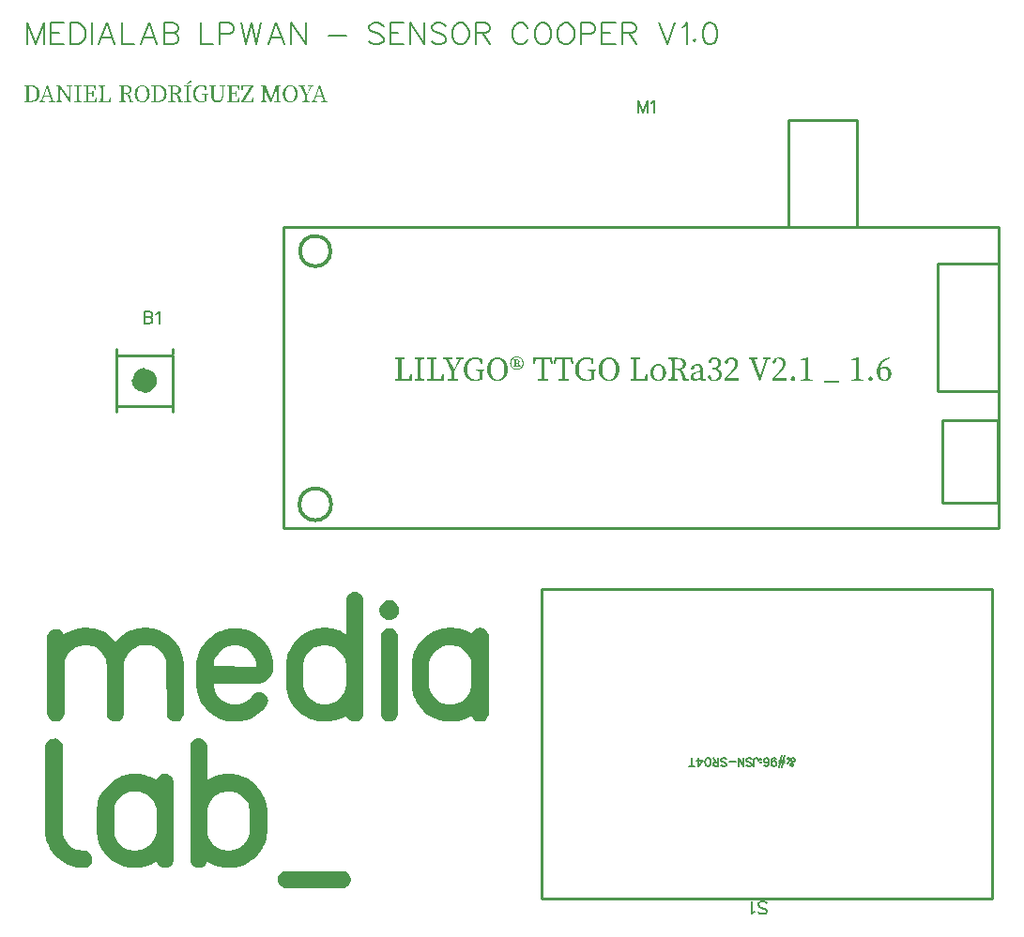
<source format=gto>
G04 Layer: TopSilkscreenLayer*
G04 EasyEDA v6.5.34, 2023-10-04 09:58:22*
G04 2f879fd4b15e4f869ab7f95f132c22b4,4b518e1cc4d04e0db21987f26a906896,10*
G04 Gerber Generator version 0.2*
G04 Scale: 100 percent, Rotated: No, Reflected: No *
G04 Dimensions in millimeters *
G04 leading zeros omitted , absolute positions ,4 integer and 5 decimal *
%FSLAX45Y45*%
%MOMM*%

%ADD10C,0.2032*%
%ADD11C,0.1524*%
%ADD12C,0.2540*%
%ADD13C,2.0000*%
%ADD14C,0.3000*%
%ADD15C,0.0190*%

%LPD*%
G36*
X4505960Y1150112D02*
G01*
X4466640Y1149908D01*
X4460900Y1146708D01*
X4442307Y1137818D01*
X4428134Y1124254D01*
X4418279Y1110843D01*
X4410100Y1088644D01*
X4410100Y772718D01*
X4407255Y772871D01*
X4388104Y784250D01*
X4351680Y801725D01*
X4344009Y805129D01*
X4313377Y815340D01*
X4298035Y818896D01*
X4280814Y822401D01*
X4234840Y828192D01*
X4200804Y828294D01*
X4165854Y824331D01*
X4142892Y820470D01*
X4123740Y816203D01*
X4089247Y805027D01*
X4075836Y799236D01*
X4042308Y782421D01*
X4012590Y762508D01*
X3993438Y747166D01*
X3957675Y712368D01*
X3935679Y685546D01*
X3919982Y662279D01*
X3911447Y647242D01*
X3901287Y628091D01*
X3890721Y601573D01*
X3881983Y574446D01*
X3877665Y555294D01*
X3873804Y532282D01*
X3869893Y495147D01*
X3869893Y312267D01*
X3871335Y299618D01*
X4026966Y299618D01*
X4026966Y506120D01*
X4031132Y526542D01*
X4035094Y541883D01*
X4043019Y562965D01*
X4050385Y576376D01*
X4067098Y601268D01*
X4098798Y632510D01*
X4127550Y651357D01*
X4141012Y657504D01*
X4152442Y662076D01*
X4165854Y665683D01*
X4188866Y670712D01*
X4244390Y671169D01*
X4269333Y665632D01*
X4282744Y662076D01*
X4294174Y657504D01*
X4307636Y651306D01*
X4338472Y631037D01*
X4371289Y597408D01*
X4390440Y568096D01*
X4401058Y541883D01*
X4404410Y528472D01*
X4410049Y497840D01*
X4410049Y312013D01*
X4404664Y279400D01*
X4394758Y249885D01*
X4382668Y227685D01*
X4371187Y210769D01*
X4344517Y182676D01*
X4319117Y163931D01*
X4294225Y150520D01*
X4271213Y142798D01*
X4250182Y137769D01*
X4185005Y137668D01*
X4165854Y142697D01*
X4150563Y146964D01*
X4123740Y159156D01*
X4096918Y177546D01*
X4072585Y200863D01*
X4053738Y225806D01*
X4039260Y254508D01*
X4031183Y281330D01*
X4026966Y299618D01*
X3871335Y299618D01*
X3873804Y277520D01*
X3878072Y250698D01*
X3885437Y221945D01*
X3891178Y204724D01*
X3905097Y172161D01*
X3915867Y153771D01*
X3915867Y151841D01*
X3931869Y128066D01*
X3943654Y112928D01*
X3953205Y101295D01*
X3980027Y73101D01*
X4010710Y47244D01*
X4045204Y24434D01*
X4071975Y10566D01*
X4102658Y-1727D01*
X4129481Y-9194D01*
X4146702Y-12649D01*
X4182770Y-18491D01*
X4253534Y-18491D01*
X4278884Y-14427D01*
X4298035Y-10617D01*
X4315307Y-6553D01*
X4338269Y914D01*
X4361281Y10718D01*
X4384243Y21894D01*
X4395774Y28498D01*
X4409592Y37084D01*
X4413961Y37084D01*
X4413961Y30937D01*
X4425492Y6756D01*
X4444339Y-10160D01*
X4470552Y-18491D01*
X4503064Y-18491D01*
X4522673Y-11277D01*
X4540148Y711D01*
X4553407Y16967D01*
X4561636Y32918D01*
X4565396Y57200D01*
X4564329Y1093622D01*
X4552848Y1116431D01*
X4531766Y1137767D01*
G37*
G36*
X4780788Y1073454D02*
G01*
X4759756Y1065276D01*
X4744262Y1054709D01*
X4726127Y1034796D01*
X4717999Y1016965D01*
X4712868Y997813D01*
X4712817Y975969D01*
X4718354Y954582D01*
X4728972Y935126D01*
X4749800Y913942D01*
X4778908Y900328D01*
X4822952Y900277D01*
X4848961Y912825D01*
X4873294Y935583D01*
X4883404Y956310D01*
X4889042Y977900D01*
X4888890Y994003D01*
X4883912Y1017219D01*
X4872786Y1038047D01*
X4851044Y1060145D01*
X4824882Y1072540D01*
G37*
G36*
X5619140Y828954D02*
G01*
X5591149Y823976D01*
X5571388Y814425D01*
X5558078Y800506D01*
X5548071Y782167D01*
X5548071Y777290D01*
X5543143Y770534D01*
X5518353Y785469D01*
X5483860Y801979D01*
X5458968Y811530D01*
X5426405Y820064D01*
X5399582Y824280D01*
X5367020Y828294D01*
X5326786Y827786D01*
X5299964Y824534D01*
X5275072Y820369D01*
X5255920Y816152D01*
X5228793Y807466D01*
X5202275Y796899D01*
X5173522Y781761D01*
X5146243Y763371D01*
X5117947Y740562D01*
X5081524Y702818D01*
X5059730Y673658D01*
X5039207Y639572D01*
X5032705Y625195D01*
X5023408Y603199D01*
X5015941Y580186D01*
X5011826Y562965D01*
X5008067Y543814D01*
X5004003Y520547D01*
X5004003Y330352D01*
X5157266Y330352D01*
X5157266Y479907D01*
X5161229Y516991D01*
X5165344Y534212D01*
X5173014Y557225D01*
X5188153Y585876D01*
X5202936Y605078D01*
X5230977Y632206D01*
X5255463Y648665D01*
X5286552Y663041D01*
X5319115Y670712D01*
X5376570Y671169D01*
X5404408Y665378D01*
X5422595Y659231D01*
X5439816Y651306D01*
X5471109Y630682D01*
X5505094Y595528D01*
X5516626Y578256D01*
X5528462Y555294D01*
X5536082Y532282D01*
X5541365Y509320D01*
X5541314Y296672D01*
X5532729Y264109D01*
X5529376Y256438D01*
X5520436Y237286D01*
X5503468Y210464D01*
X5476189Y182270D01*
X5455158Y166014D01*
X5426405Y150520D01*
X5403392Y142900D01*
X5384241Y137668D01*
X5319115Y137668D01*
X5296154Y142951D01*
X5279288Y148336D01*
X5258612Y157784D01*
X5230977Y175920D01*
X5198211Y208534D01*
X5180787Y235356D01*
X5173065Y250698D01*
X5165344Y273659D01*
X5161178Y290931D01*
X5157266Y330352D01*
X5004003Y330352D01*
X5004003Y289306D01*
X5007914Y264109D01*
X5012232Y243027D01*
X5017008Y223875D01*
X5025390Y200863D01*
X5027625Y193192D01*
X5046776Y154889D01*
X5069687Y120396D01*
X5087264Y99364D01*
X5106466Y78689D01*
X5135575Y53390D01*
X5143500Y46990D01*
X5177383Y24434D01*
X5208016Y8940D01*
X5238648Y-2590D01*
X5252059Y-6451D01*
X5267401Y-10515D01*
X5288483Y-14427D01*
X5313832Y-18491D01*
X5384596Y-18491D01*
X5420664Y-12852D01*
X5447487Y-6502D01*
X5481980Y5029D01*
X5514543Y20574D01*
X5542940Y37642D01*
X5548071Y30581D01*
X5548071Y25958D01*
X5556656Y9550D01*
X5571998Y-6553D01*
X5583986Y-12598D01*
X5600750Y-18389D01*
X5635244Y-18491D01*
X5654852Y-11277D01*
X5672226Y660D01*
X5685078Y15646D01*
X5693664Y31699D01*
X5693664Y38760D01*
X5697474Y41148D01*
X5697474Y767029D01*
X5685129Y792835D01*
X5662015Y816000D01*
X5644794Y823925D01*
G37*
G36*
X2077008Y828294D02*
G01*
X2039416Y827735D01*
X2010714Y824433D01*
X1985772Y820419D01*
X1970481Y816508D01*
X1934057Y805027D01*
X1920646Y799134D01*
X1899564Y789178D01*
X1865172Y768858D01*
X1858467Y777494D01*
X1858416Y782066D01*
X1837588Y804519D01*
X1821027Y812444D01*
X1810308Y816762D01*
X1771802Y816762D01*
X1746351Y804621D01*
X1725117Y783234D01*
X1718310Y768756D01*
X1712823Y747623D01*
X1712925Y55270D01*
X1718005Y34239D01*
X1726641Y15290D01*
X1747316Y-6400D01*
X1763572Y-14325D01*
X1776577Y-18491D01*
X1808429Y-18491D01*
X1819148Y-14173D01*
X1835810Y-6146D01*
X1856638Y14325D01*
X1865782Y34239D01*
X1869897Y54508D01*
X1869897Y507390D01*
X1875688Y535228D01*
X1881835Y553364D01*
X1889709Y570636D01*
X1908606Y599338D01*
X1939798Y631088D01*
X1970481Y651306D01*
X1983943Y657504D01*
X1995373Y662076D01*
X2008784Y665632D01*
X2033676Y671169D01*
X2087321Y671169D01*
X2115159Y665378D01*
X2133295Y659333D01*
X2164791Y643737D01*
X2196541Y618185D01*
X2214067Y597408D01*
X2230882Y572516D01*
X2244699Y539953D01*
X2249017Y518871D01*
X2253030Y496214D01*
X2253030Y43383D01*
X2257196Y30378D01*
X2265476Y13258D01*
X2284628Y-6045D01*
X2301900Y-14173D01*
X2312619Y-18491D01*
X2345994Y-18491D01*
X2365603Y-11277D01*
X2383078Y711D01*
X2396185Y16967D01*
X2401366Y26568D01*
X2407056Y39979D01*
X2409342Y516991D01*
X2414270Y532282D01*
X2418486Y547624D01*
X2429611Y572516D01*
X2450084Y603402D01*
X2480360Y632256D01*
X2503424Y647954D01*
X2526030Y658825D01*
X2552852Y667004D01*
X2571089Y671169D01*
X2628442Y671169D01*
X2646730Y667004D01*
X2673553Y658876D01*
X2702255Y644398D01*
X2727604Y625297D01*
X2751023Y600252D01*
X2769463Y572516D01*
X2777744Y555294D01*
X2784094Y536143D01*
X2790088Y515061D01*
X2792323Y38049D01*
X2805125Y12242D01*
X2826766Y-7620D01*
X2847848Y-17475D01*
X2882696Y-18796D01*
X2901492Y-12446D01*
X2919780Y-812D01*
X2934258Y15646D01*
X2942386Y32308D01*
X2946501Y45313D01*
X2946501Y514045D01*
X2942437Y541883D01*
X2938678Y561035D01*
X2934563Y578256D01*
X2923184Y612749D01*
X2903626Y652932D01*
X2877769Y691286D01*
X2863189Y708558D01*
X2838297Y734872D01*
X2799943Y766267D01*
X2788462Y774192D01*
X2771241Y784402D01*
X2729077Y804926D01*
X2706116Y812749D01*
X2677363Y820064D01*
X2650540Y824280D01*
X2617978Y828294D01*
X2581859Y828294D01*
X2547112Y824382D01*
X2522169Y820419D01*
X2508758Y817118D01*
X2491536Y812444D01*
X2478125Y808329D01*
X2474468Y805281D01*
X2468981Y805281D01*
X2430221Y786485D01*
X2393848Y762609D01*
X2364232Y737971D01*
X2330196Y701751D01*
X2303780Y731266D01*
X2271217Y759815D01*
X2232914Y785469D01*
X2198420Y801979D01*
X2190800Y804926D01*
X2169718Y812495D01*
X2139035Y820419D01*
X2114143Y824331D01*
G37*
G36*
X3435248Y824433D02*
G01*
X3376574Y823925D01*
X3351682Y820470D01*
X3330600Y816457D01*
X3313379Y812495D01*
X3299968Y808583D01*
X3278886Y801014D01*
X3265474Y795324D01*
X3237230Y781608D01*
X3213760Y766572D01*
X3192729Y750671D01*
X3181299Y741121D01*
X3158591Y720039D01*
X3130042Y687527D01*
X3103575Y647903D01*
X3084779Y608939D01*
X3073247Y572516D01*
X3069285Y557225D01*
X3061508Y507390D01*
X3218281Y507390D01*
X3222853Y528472D01*
X3230575Y551434D01*
X3238449Y568706D01*
X3257499Y597408D01*
X3288487Y628396D01*
X3312922Y644855D01*
X3344011Y659231D01*
X3365093Y664006D01*
X3374694Y667054D01*
X3437890Y667359D01*
X3462782Y662025D01*
X3481984Y655472D01*
X3504488Y644194D01*
X3527958Y628396D01*
X3558895Y597408D01*
X3575354Y572973D01*
X3589731Y541883D01*
X3597605Y509320D01*
X3599789Y481584D01*
X3591153Y479501D01*
X3219500Y480568D01*
X3218281Y507390D01*
X3061508Y507390D01*
X3061462Y301244D01*
X3065424Y273659D01*
X3069285Y248767D01*
X3072739Y235356D01*
X3084728Y197053D01*
X3104083Y156819D01*
X3130245Y117703D01*
X3140811Y105105D01*
X3188868Y56896D01*
X3219450Y34493D01*
X3250184Y16814D01*
X3264509Y10261D01*
X3286556Y914D01*
X3309569Y-6553D01*
X3338271Y-13055D01*
X3374339Y-18491D01*
X3447034Y-18491D01*
X3472383Y-14427D01*
X3493465Y-10515D01*
X3508756Y-6705D01*
X3533698Y863D01*
X3556660Y10617D01*
X3583482Y24028D01*
X3620312Y48615D01*
X3649268Y75082D01*
X3674567Y102565D01*
X3691128Y124256D01*
X3700729Y141528D01*
X3705860Y167335D01*
X3700830Y193192D01*
X3691839Y211582D01*
X3681831Y224688D01*
X3662019Y237693D01*
X3638804Y245922D01*
X3605123Y245922D01*
X3581146Y234492D01*
X3566261Y217932D01*
X3554780Y202793D01*
X3533698Y180340D01*
X3509467Y162204D01*
X3485794Y150571D01*
X3462782Y142900D01*
X3443630Y137718D01*
X3374694Y137668D01*
X3355543Y142900D01*
X3332530Y150520D01*
X3309823Y161899D01*
X3292297Y173888D01*
X3278886Y186182D01*
X3270402Y193192D01*
X3246323Y222504D01*
X3229457Y256438D01*
X3226663Y264109D01*
X3218535Y295198D01*
X3218535Y323799D01*
X3334105Y326339D01*
X3623716Y326339D01*
X3648608Y331825D01*
X3660597Y335534D01*
X3675430Y342392D01*
X3692702Y353923D01*
X3709212Y367538D01*
X3731361Y396290D01*
X3743248Y418185D01*
X3749598Y436524D01*
X3754932Y456793D01*
X3754932Y520344D01*
X3751376Y534212D01*
X3747008Y557225D01*
X3743604Y570636D01*
X3735679Y597408D01*
X3725875Y620420D01*
X3708755Y654558D01*
X3685387Y689305D01*
X3681171Y693724D01*
X3658209Y721309D01*
X3626408Y749757D01*
X3598824Y770483D01*
X3566261Y789228D01*
X3529837Y804570D01*
X3503015Y812647D01*
X3487724Y816610D01*
X3462782Y820521D01*
G37*
G36*
X4815687Y824433D02*
G01*
X4784648Y824128D01*
X4773168Y820318D01*
X4755946Y811987D01*
X4736236Y792835D01*
X4729226Y779424D01*
X4724349Y766013D01*
X4724298Y39116D01*
X4733950Y17272D01*
X4747514Y711D01*
X4764989Y-11277D01*
X4784598Y-18491D01*
X4817973Y-18491D01*
X4828692Y-14173D01*
X4844999Y-6350D01*
X4859832Y6350D01*
X4871567Y24638D01*
X4877562Y42468D01*
X4876596Y769823D01*
X4865319Y792835D01*
X4845964Y811987D01*
X4828692Y820267D01*
G37*
G36*
X3092805Y-167894D02*
G01*
X3068167Y-168402D01*
X3052826Y-172720D01*
X3033979Y-182270D01*
X3016199Y-200253D01*
X3008325Y-216763D01*
X3004007Y-227482D01*
X3004007Y-996442D01*
X3157270Y-996442D01*
X3157270Y-833272D01*
X3161233Y-801014D01*
X3165348Y-783793D01*
X3173069Y-760780D01*
X3181908Y-743153D01*
X3199993Y-716737D01*
X3221431Y-694182D01*
X3251403Y-671779D01*
X3278886Y-658926D01*
X3290366Y-654761D01*
X3324860Y-647192D01*
X3370630Y-646836D01*
X3393846Y-651002D01*
X3409187Y-654913D01*
X3430219Y-662889D01*
X3451301Y-674217D01*
X3462782Y-682193D01*
X3472383Y-689864D01*
X3501390Y-718667D01*
X3520541Y-747420D01*
X3528364Y-764641D01*
X3536137Y-787603D01*
X3541369Y-812546D01*
X3541217Y-1021334D01*
X3532378Y-1055827D01*
X3513683Y-1094282D01*
X3488537Y-1124762D01*
X3480054Y-1131874D01*
X3466642Y-1144117D01*
X3443630Y-1159510D01*
X3421684Y-1170076D01*
X3409187Y-1173937D01*
X3395776Y-1177696D01*
X3363163Y-1183081D01*
X3339846Y-1183233D01*
X3303778Y-1177544D01*
X3290366Y-1173937D01*
X3277870Y-1170076D01*
X3255924Y-1159510D01*
X3229000Y-1141526D01*
X3201314Y-1114145D01*
X3182112Y-1086764D01*
X3172155Y-1065377D01*
X3166364Y-1050086D01*
X3162909Y-1036675D01*
X3157270Y-996442D01*
X3004007Y-996442D01*
X3004007Y-1279245D01*
X3016808Y-1306779D01*
X3037636Y-1326337D01*
X3061665Y-1336497D01*
X3103676Y-1336497D01*
X3128111Y-1325422D01*
X3142894Y-1310132D01*
X3151276Y-1293368D01*
X3155238Y-1282852D01*
X3161334Y-1282852D01*
X3177387Y-1293774D01*
X3213760Y-1311402D01*
X3234842Y-1319580D01*
X3250184Y-1324508D01*
X3267405Y-1328623D01*
X3306978Y-1336497D01*
X3393592Y-1336497D01*
X3416808Y-1332382D01*
X3435959Y-1328674D01*
X3451301Y-1324406D01*
X3479647Y-1315212D01*
X3497275Y-1307388D01*
X3524097Y-1293774D01*
X3558590Y-1270711D01*
X3560521Y-1268425D01*
X3575812Y-1256995D01*
X3612591Y-1220571D01*
X3639312Y-1186992D01*
X3658209Y-1155446D01*
X3668318Y-1134364D01*
X3674059Y-1120952D01*
X3680714Y-1103731D01*
X3689350Y-1071168D01*
X3693617Y-1046226D01*
X3697478Y-1021029D01*
X3697478Y-810615D01*
X3693414Y-779983D01*
X3689553Y-758901D01*
X3685692Y-743559D01*
X3674160Y-707186D01*
X3654806Y-666953D01*
X3631692Y-632460D01*
X3609797Y-605637D01*
X3572001Y-569112D01*
X3556660Y-557784D01*
X3554780Y-555345D01*
X3524097Y-535330D01*
X3477869Y-512724D01*
X3473297Y-512724D01*
X3466642Y-509117D01*
X3441750Y-501802D01*
X3420668Y-497484D01*
X3399586Y-492709D01*
X3303778Y-492607D01*
X3278886Y-497636D01*
X3261664Y-501650D01*
X3232912Y-510438D01*
X3206089Y-521055D01*
X3169716Y-540004D01*
X3162147Y-545287D01*
X3157270Y-545287D01*
X3157270Y-227482D01*
X3152952Y-216763D01*
X3144774Y-199644D01*
X3127146Y-182270D01*
X3106470Y-172110D01*
G37*
G36*
X1788871Y-171704D02*
G01*
X1759762Y-172110D01*
X1744421Y-176987D01*
X1727809Y-185724D01*
X1709775Y-204012D01*
X1697431Y-232054D01*
X1698752Y-1038606D01*
X1703171Y-1061567D01*
X1706778Y-1078788D01*
X1714246Y-1105611D01*
X1726184Y-1135430D01*
X1740103Y-1163015D01*
X1763217Y-1197559D01*
X1778762Y-1216761D01*
X1811477Y-1250594D01*
X1844039Y-1276553D01*
X1871370Y-1294028D01*
X1899564Y-1308912D01*
X1930247Y-1320698D01*
X1947468Y-1325422D01*
X1957070Y-1328420D01*
X1978152Y-1332484D01*
X2000808Y-1336497D01*
X2061311Y-1336497D01*
X2071979Y-1332128D01*
X2085035Y-1326438D01*
X2101545Y-1311198D01*
X2114296Y-1291437D01*
X2118918Y-1277772D01*
X2118918Y-1240586D01*
X2107692Y-1215745D01*
X2087321Y-1195425D01*
X2064512Y-1184300D01*
X2022195Y-1181760D01*
X2004974Y-1179169D01*
X1987702Y-1175207D01*
X1976221Y-1171295D01*
X1962810Y-1165606D01*
X1943658Y-1155903D01*
X1926691Y-1144270D01*
X1898294Y-1117244D01*
X1881276Y-1094943D01*
X1866493Y-1067155D01*
X1853742Y-1027074D01*
X1851710Y-228244D01*
X1838858Y-202387D01*
X1818893Y-184200D01*
X1801875Y-175869D01*
G37*
G36*
X2480056Y-492099D02*
G01*
X2458974Y-493522D01*
X2435961Y-497636D01*
X2418740Y-501446D01*
X2403398Y-505612D01*
X2388108Y-510438D01*
X2361285Y-521106D01*
X2332532Y-536244D01*
X2303780Y-555548D01*
X2275078Y-578815D01*
X2241143Y-613308D01*
X2211425Y-652830D01*
X2202789Y-668832D01*
X2190140Y-693775D01*
X2180437Y-716737D01*
X2172258Y-743559D01*
X2169109Y-755040D01*
X2164943Y-779983D01*
X2161082Y-805180D01*
X2161082Y-1021334D01*
X2317191Y-1021334D01*
X2317191Y-808685D01*
X2322474Y-785723D01*
X2330094Y-762711D01*
X2341524Y-739749D01*
X2358847Y-715416D01*
X2382367Y-691540D01*
X2405329Y-674725D01*
X2435961Y-658977D01*
X2458974Y-651865D01*
X2483866Y-647344D01*
X2527960Y-646887D01*
X2556662Y-652373D01*
X2570073Y-655929D01*
X2590596Y-664159D01*
X2608275Y-674014D01*
X2625547Y-685901D01*
X2655519Y-714552D01*
X2672994Y-737819D01*
X2685491Y-762711D01*
X2693263Y-785723D01*
X2698445Y-806754D01*
X2698445Y-1021334D01*
X2693111Y-1044346D01*
X2687675Y-1061567D01*
X2677566Y-1082649D01*
X2658567Y-1111402D01*
X2627579Y-1142085D01*
X2598826Y-1161034D01*
X2566263Y-1174902D01*
X2545181Y-1179271D01*
X2519984Y-1183233D01*
X2496972Y-1183233D01*
X2460904Y-1177544D01*
X2447493Y-1174089D01*
X2439822Y-1171295D01*
X2426411Y-1165606D01*
X2407259Y-1155903D01*
X2389987Y-1144066D01*
X2358694Y-1114044D01*
X2337460Y-1082090D01*
X2327910Y-1061161D01*
X2322525Y-1044346D01*
X2317191Y-1021334D01*
X2161082Y-1021334D01*
X2161082Y-1023569D01*
X2166620Y-1059637D01*
X2170633Y-1078788D01*
X2176729Y-1101801D01*
X2179878Y-1109472D01*
X2188464Y-1132433D01*
X2203958Y-1163116D01*
X2226818Y-1197559D01*
X2242362Y-1216761D01*
X2275078Y-1250594D01*
X2307640Y-1276553D01*
X2336393Y-1294942D01*
X2372766Y-1313180D01*
X2407259Y-1324457D01*
X2422601Y-1328674D01*
X2441752Y-1332534D01*
X2464409Y-1336497D01*
X2551582Y-1336497D01*
X2593086Y-1328369D01*
X2619908Y-1320749D01*
X2650540Y-1308862D01*
X2677363Y-1294942D01*
X2692704Y-1286306D01*
X2696311Y-1282852D01*
X2702864Y-1282852D01*
X2709570Y-1301496D01*
X2722168Y-1318869D01*
X2735478Y-1329029D01*
X2755849Y-1336497D01*
X2797505Y-1336497D01*
X2822854Y-1324406D01*
X2842107Y-1304747D01*
X2850388Y-1287627D01*
X2854553Y-1274622D01*
X2854553Y-553872D01*
X2847390Y-534263D01*
X2835757Y-517296D01*
X2819603Y-502716D01*
X2798064Y-492759D01*
X2752090Y-492861D01*
X2730652Y-502970D01*
X2714396Y-519226D01*
X2705709Y-536651D01*
X2703169Y-547217D01*
X2698242Y-547217D01*
X2679293Y-535076D01*
X2642870Y-517143D01*
X2629458Y-512318D01*
X2621788Y-509270D01*
X2610307Y-505510D01*
X2594965Y-501396D01*
X2575814Y-497484D01*
X2556662Y-493268D01*
G37*
G36*
X4392676Y-1367129D02*
G01*
X3853586Y-1367383D01*
X3844036Y-1371396D01*
X3827018Y-1379575D01*
X3808780Y-1397762D01*
X3796639Y-1423162D01*
X3796537Y-1460754D01*
X3801364Y-1473454D01*
X3807256Y-1486763D01*
X3826764Y-1507439D01*
X3853281Y-1520393D01*
X4394200Y-1520393D01*
X4419295Y-1508658D01*
X4437938Y-1490167D01*
X4446930Y-1472133D01*
X4452213Y-1452372D01*
X4452264Y-1431594D01*
X4447997Y-1417878D01*
X4438548Y-1397762D01*
X4420514Y-1379575D01*
X4403394Y-1371447D01*
G37*
G36*
X3006852Y5769864D02*
G01*
X3003854Y5769457D01*
X3000705Y5768086D01*
X2997149Y5765596D01*
X2992882Y5761736D01*
X2972054Y5740400D01*
X2975356Y5736082D01*
X2989580Y5743041D01*
X3003804Y5750560D01*
X3008934Y5753811D01*
X3012338Y5756859D01*
X3014167Y5759754D01*
X3014726Y5762752D01*
X3014116Y5765698D01*
X3012389Y5767933D01*
X3009900Y5769356D01*
G37*
G36*
X2571242Y5727700D02*
G01*
X2566060Y5727496D01*
X2560878Y5726836D01*
X2555798Y5725769D01*
X2550820Y5724296D01*
X2545943Y5722416D01*
X2541168Y5720130D01*
X2536647Y5717438D01*
X2532227Y5714390D01*
X2528062Y5710936D01*
X2524150Y5707126D01*
X2520492Y5702960D01*
X2517089Y5698388D01*
X2514041Y5693511D01*
X2511298Y5688279D01*
X2508910Y5682691D01*
X2506929Y5676798D01*
X2505303Y5670550D01*
X2504135Y5663996D01*
X2503424Y5657138D01*
X2503170Y5649976D01*
X2526284Y5649976D01*
X2526436Y5656478D01*
X2526944Y5662879D01*
X2527757Y5669178D01*
X2528925Y5675274D01*
X2530449Y5681167D01*
X2532329Y5686806D01*
X2534564Y5692089D01*
X2537155Y5697067D01*
X2540101Y5701588D01*
X2543403Y5705703D01*
X2547061Y5709259D01*
X2551125Y5712307D01*
X2555595Y5714746D01*
X2560421Y5716574D01*
X2565654Y5717641D01*
X2571242Y5718048D01*
X2576830Y5717641D01*
X2582062Y5716574D01*
X2586837Y5714746D01*
X2591257Y5712307D01*
X2595270Y5709259D01*
X2598928Y5705703D01*
X2602179Y5701588D01*
X2605074Y5697067D01*
X2607614Y5692089D01*
X2609799Y5686806D01*
X2611628Y5681167D01*
X2613101Y5675274D01*
X2614269Y5669178D01*
X2615031Y5662879D01*
X2615539Y5656478D01*
X2615692Y5649976D01*
X2615539Y5643372D01*
X2615031Y5636920D01*
X2614269Y5630570D01*
X2613101Y5624423D01*
X2611628Y5618480D01*
X2609799Y5612841D01*
X2607614Y5607507D01*
X2605074Y5602579D01*
X2602179Y5598058D01*
X2598928Y5593943D01*
X2595270Y5590387D01*
X2591257Y5587339D01*
X2586837Y5584952D01*
X2582062Y5583123D01*
X2576830Y5582005D01*
X2571242Y5581650D01*
X2565654Y5582005D01*
X2560421Y5583123D01*
X2555595Y5584952D01*
X2551125Y5587339D01*
X2547061Y5590387D01*
X2543403Y5593943D01*
X2540101Y5598058D01*
X2537155Y5602579D01*
X2534564Y5607507D01*
X2532329Y5612841D01*
X2530449Y5618480D01*
X2528925Y5624423D01*
X2527757Y5630570D01*
X2526944Y5636920D01*
X2526436Y5643372D01*
X2526284Y5649976D01*
X2503170Y5649976D01*
X2503424Y5642508D01*
X2504135Y5635447D01*
X2505303Y5628741D01*
X2506878Y5622340D01*
X2508859Y5616346D01*
X2511247Y5610707D01*
X2513990Y5605475D01*
X2517038Y5600598D01*
X2520391Y5596077D01*
X2524048Y5591962D01*
X2527960Y5588203D01*
X2532126Y5584799D01*
X2536494Y5581853D01*
X2541066Y5579262D01*
X2545842Y5577027D01*
X2550718Y5575249D01*
X2555697Y5573826D01*
X2560828Y5572810D01*
X2566009Y5572201D01*
X2571242Y5571998D01*
X2576474Y5572201D01*
X2581656Y5572861D01*
X2586736Y5573928D01*
X2591765Y5575401D01*
X2596642Y5577281D01*
X2601366Y5579567D01*
X2605887Y5582259D01*
X2610256Y5585307D01*
X2614371Y5588762D01*
X2618282Y5592622D01*
X2621940Y5596788D01*
X2625293Y5601360D01*
X2628341Y5606237D01*
X2631033Y5611520D01*
X2633370Y5617108D01*
X2635351Y5623052D01*
X2636926Y5629300D01*
X2638094Y5635904D01*
X2638806Y5642762D01*
X2639060Y5649976D01*
X2638806Y5657291D01*
X2638094Y5664301D01*
X2636926Y5670956D01*
X2635300Y5677255D01*
X2633319Y5683250D01*
X2630932Y5688838D01*
X2628188Y5694070D01*
X2625140Y5698947D01*
X2621737Y5703468D01*
X2618079Y5707583D01*
X2614168Y5711342D01*
X2610053Y5714746D01*
X2605684Y5717743D01*
X2601112Y5720384D01*
X2596388Y5722569D01*
X2591562Y5724398D01*
X2586583Y5725871D01*
X2581554Y5726887D01*
X2576423Y5727496D01*
G37*
G36*
X3105150Y5727700D02*
G01*
X3098546Y5727446D01*
X3092145Y5726734D01*
X3085998Y5725566D01*
X3080105Y5723940D01*
X3074416Y5721858D01*
X3069031Y5719419D01*
X3063900Y5716524D01*
X3059125Y5713272D01*
X3054604Y5709666D01*
X3050438Y5705703D01*
X3046577Y5701385D01*
X3043072Y5696762D01*
X3039922Y5691835D01*
X3037179Y5686602D01*
X3034792Y5681065D01*
X3032810Y5675325D01*
X3031236Y5669330D01*
X3030118Y5663082D01*
X3029458Y5656630D01*
X3029204Y5649976D01*
X3029407Y5643219D01*
X3030118Y5636666D01*
X3031185Y5630367D01*
X3032709Y5624322D01*
X3034639Y5618480D01*
X3036976Y5612993D01*
X3039719Y5607710D01*
X3042818Y5602782D01*
X3046222Y5598160D01*
X3050032Y5593842D01*
X3054146Y5589879D01*
X3058617Y5586272D01*
X3063392Y5583021D01*
X3068421Y5580176D01*
X3073806Y5577738D01*
X3079394Y5575706D01*
X3085287Y5574131D01*
X3091434Y5572963D01*
X3097784Y5572252D01*
X3104388Y5571998D01*
X3111093Y5572201D01*
X3117494Y5572861D01*
X3123692Y5573928D01*
X3129686Y5575452D01*
X3135579Y5577281D01*
X3141370Y5579516D01*
X3147110Y5582056D01*
X3152902Y5584952D01*
X3153054Y5616498D01*
X3153410Y5637276D01*
X3166872Y5638546D01*
X3166872Y5646166D01*
X3108960Y5646166D01*
X3108960Y5638546D01*
X3132582Y5636768D01*
X3132836Y5586222D01*
X3126790Y5584240D01*
X3120694Y5582920D01*
X3114446Y5582158D01*
X3107944Y5581904D01*
X3101695Y5582208D01*
X3095802Y5583072D01*
X3090164Y5584545D01*
X3084880Y5586526D01*
X3079953Y5589117D01*
X3075381Y5592165D01*
X3071164Y5595823D01*
X3067354Y5599938D01*
X3063951Y5604560D01*
X3060954Y5609691D01*
X3058363Y5615279D01*
X3056229Y5621324D01*
X3054553Y5627827D01*
X3053334Y5634786D01*
X3052572Y5642203D01*
X3052318Y5649976D01*
X3052572Y5657850D01*
X3053384Y5665317D01*
X3054654Y5672277D01*
X3056432Y5678830D01*
X3058668Y5684875D01*
X3061309Y5690514D01*
X3064408Y5695594D01*
X3067862Y5700217D01*
X3071723Y5704332D01*
X3075940Y5707888D01*
X3080461Y5710936D01*
X3085338Y5713476D01*
X3090468Y5715457D01*
X3095904Y5716879D01*
X3101543Y5717743D01*
X3107436Y5718048D01*
X3114090Y5717641D01*
X3120491Y5716473D01*
X3126638Y5714390D01*
X3132582Y5711444D01*
X3137916Y5683758D01*
X3150108Y5683758D01*
X3149600Y5716778D01*
X3144926Y5719368D01*
X3140100Y5721604D01*
X3135071Y5723483D01*
X3129737Y5725007D01*
X3124149Y5726176D01*
X3118205Y5727039D01*
X3111906Y5727547D01*
G37*
G36*
X3908044Y5727700D02*
G01*
X3902811Y5727496D01*
X3897629Y5726836D01*
X3892499Y5725769D01*
X3887520Y5724296D01*
X3882644Y5722416D01*
X3877868Y5720130D01*
X3873296Y5717438D01*
X3868928Y5714390D01*
X3864762Y5710936D01*
X3860850Y5707126D01*
X3857193Y5702960D01*
X3853840Y5698388D01*
X3850792Y5693511D01*
X3848049Y5688279D01*
X3845661Y5682691D01*
X3843680Y5676798D01*
X3842105Y5670550D01*
X3840937Y5663996D01*
X3840226Y5657138D01*
X3839972Y5649976D01*
X3862832Y5649976D01*
X3862984Y5656478D01*
X3863492Y5662879D01*
X3864305Y5669178D01*
X3865524Y5675274D01*
X3867048Y5681167D01*
X3868877Y5686806D01*
X3871112Y5692089D01*
X3873703Y5697067D01*
X3876700Y5701588D01*
X3880002Y5705703D01*
X3883710Y5709259D01*
X3887774Y5712307D01*
X3892245Y5714746D01*
X3897122Y5716574D01*
X3902405Y5717641D01*
X3908044Y5718048D01*
X3913632Y5717641D01*
X3918762Y5716574D01*
X3923537Y5714746D01*
X3927957Y5712307D01*
X3931970Y5709259D01*
X3935628Y5705703D01*
X3938879Y5701588D01*
X3941775Y5697067D01*
X3944365Y5692089D01*
X3946550Y5686806D01*
X3948379Y5681167D01*
X3949852Y5675274D01*
X3951020Y5669178D01*
X3951833Y5662879D01*
X3952341Y5656478D01*
X3952494Y5649976D01*
X3952341Y5643372D01*
X3951833Y5636920D01*
X3951020Y5630570D01*
X3949852Y5624423D01*
X3948379Y5618480D01*
X3946550Y5612841D01*
X3944365Y5607507D01*
X3941775Y5602579D01*
X3938879Y5598058D01*
X3935628Y5593943D01*
X3931970Y5590387D01*
X3927957Y5587339D01*
X3923537Y5584952D01*
X3918762Y5583123D01*
X3913632Y5582005D01*
X3908044Y5581650D01*
X3902405Y5582005D01*
X3897122Y5583123D01*
X3892245Y5584952D01*
X3887774Y5587339D01*
X3883710Y5590387D01*
X3880002Y5593943D01*
X3876700Y5598058D01*
X3873703Y5602579D01*
X3871112Y5607507D01*
X3868877Y5612841D01*
X3867048Y5618480D01*
X3865524Y5624423D01*
X3864305Y5630570D01*
X3863492Y5636920D01*
X3862984Y5643372D01*
X3862832Y5649976D01*
X3839972Y5649976D01*
X3840226Y5642508D01*
X3840937Y5635447D01*
X3842105Y5628741D01*
X3843680Y5622340D01*
X3845661Y5616346D01*
X3847998Y5610707D01*
X3850741Y5605475D01*
X3853789Y5600598D01*
X3857142Y5596077D01*
X3860749Y5591962D01*
X3864660Y5588203D01*
X3868826Y5584799D01*
X3873195Y5581853D01*
X3877767Y5579262D01*
X3882491Y5577027D01*
X3887419Y5575249D01*
X3892448Y5573826D01*
X3897579Y5572810D01*
X3902760Y5572201D01*
X3908044Y5571998D01*
X3913225Y5572201D01*
X3918407Y5572861D01*
X3923487Y5573928D01*
X3928414Y5575401D01*
X3933291Y5577281D01*
X3937965Y5579567D01*
X3942537Y5582259D01*
X3946855Y5585307D01*
X3950970Y5588762D01*
X3954881Y5592622D01*
X3958488Y5596788D01*
X3961841Y5601360D01*
X3964889Y5606237D01*
X3967581Y5611520D01*
X3969969Y5617108D01*
X3971899Y5623052D01*
X3973525Y5629300D01*
X3974642Y5635904D01*
X3975354Y5642762D01*
X3975608Y5649976D01*
X3975354Y5657291D01*
X3974642Y5664301D01*
X3973474Y5670956D01*
X3971899Y5677255D01*
X3969918Y5683250D01*
X3967530Y5688838D01*
X3964838Y5694070D01*
X3961790Y5698947D01*
X3958437Y5703468D01*
X3954779Y5707583D01*
X3950868Y5711342D01*
X3946753Y5714746D01*
X3942384Y5717743D01*
X3937863Y5720384D01*
X3933190Y5722569D01*
X3928313Y5724398D01*
X3923385Y5725871D01*
X3918305Y5726887D01*
X3913225Y5727496D01*
G37*
G36*
X1710689Y5725160D02*
G01*
X1679567Y5633466D01*
X1688846Y5633466D01*
X1711452Y5702554D01*
X1734820Y5633466D01*
X1679567Y5633466D01*
X1663446Y5585968D01*
X1645412Y5582920D01*
X1645412Y5575300D01*
X1694942Y5575300D01*
X1694942Y5582920D01*
X1673098Y5585968D01*
X1686052Y5624576D01*
X1737614Y5624576D01*
X1750568Y5585714D01*
X1728724Y5582920D01*
X1728724Y5575300D01*
X1789175Y5575300D01*
X1789175Y5582920D01*
X1771650Y5584952D01*
X1723643Y5725160D01*
G37*
G36*
X4165346Y5725160D02*
G01*
X4134223Y5633466D01*
X4143501Y5633466D01*
X4166108Y5702554D01*
X4189476Y5633466D01*
X4134223Y5633466D01*
X4118101Y5585968D01*
X4100068Y5582920D01*
X4100068Y5575300D01*
X4149598Y5575300D01*
X4149598Y5582920D01*
X4127754Y5585968D01*
X4140708Y5624576D01*
X4192270Y5624576D01*
X4205224Y5585714D01*
X4183379Y5582920D01*
X4183379Y5575300D01*
X4243832Y5575300D01*
X4243832Y5582920D01*
X4226306Y5584952D01*
X4178300Y5725160D01*
G37*
G36*
X1508506Y5724144D02*
G01*
X1508506Y5716524D01*
X1529334Y5714238D01*
X1529588Y5677306D01*
X1529588Y5630621D01*
X1549908Y5630621D01*
X1550009Y5693054D01*
X1550416Y5715508D01*
X1569720Y5715508D01*
X1575866Y5715254D01*
X1581708Y5714441D01*
X1587144Y5713120D01*
X1592224Y5711240D01*
X1596948Y5708904D01*
X1601266Y5706008D01*
X1605229Y5702604D01*
X1608785Y5698693D01*
X1611985Y5694324D01*
X1614728Y5689396D01*
X1617116Y5684012D01*
X1619046Y5678119D01*
X1620570Y5671718D01*
X1621688Y5664860D01*
X1622348Y5657545D01*
X1622552Y5649722D01*
X1622348Y5642152D01*
X1621688Y5635040D01*
X1620570Y5628284D01*
X1618996Y5622036D01*
X1617065Y5616194D01*
X1614627Y5610809D01*
X1611833Y5605881D01*
X1608582Y5601411D01*
X1604924Y5597448D01*
X1600860Y5593994D01*
X1596390Y5591048D01*
X1591462Y5588609D01*
X1586179Y5586679D01*
X1580489Y5585307D01*
X1574393Y5584494D01*
X1567942Y5584190D01*
X1550416Y5584190D01*
X1549908Y5630621D01*
X1529588Y5630621D01*
X1529334Y5585206D01*
X1508506Y5582920D01*
X1508506Y5575300D01*
X1569212Y5575300D01*
X1575765Y5575503D01*
X1582166Y5576112D01*
X1588312Y5577078D01*
X1594256Y5578449D01*
X1599895Y5580227D01*
X1605330Y5582361D01*
X1610461Y5584850D01*
X1615338Y5587746D01*
X1619859Y5590997D01*
X1624126Y5594604D01*
X1627987Y5598566D01*
X1631543Y5602884D01*
X1634744Y5607558D01*
X1637538Y5612587D01*
X1639976Y5617972D01*
X1641957Y5623661D01*
X1643583Y5629656D01*
X1644700Y5636056D01*
X1645412Y5642711D01*
X1645666Y5649722D01*
X1645462Y5656783D01*
X1644802Y5663488D01*
X1643735Y5669838D01*
X1642313Y5675884D01*
X1640484Y5681624D01*
X1638249Y5686958D01*
X1635658Y5691987D01*
X1632712Y5696661D01*
X1629410Y5700979D01*
X1625752Y5704941D01*
X1621790Y5708548D01*
X1617522Y5711748D01*
X1612950Y5714644D01*
X1608074Y5717133D01*
X1602892Y5719267D01*
X1597507Y5720994D01*
X1591818Y5722366D01*
X1585874Y5723331D01*
X1579676Y5723940D01*
X1573276Y5724144D01*
G37*
G36*
X1799082Y5724144D02*
G01*
X1799082Y5716524D01*
X1815084Y5714492D01*
X1817116Y5711698D01*
X1816862Y5585714D01*
X1798066Y5582920D01*
X1798066Y5575300D01*
X1850643Y5575300D01*
X1850643Y5582920D01*
X1827022Y5585968D01*
X1826514Y5698744D01*
X1917446Y5573776D01*
X1925320Y5573776D01*
X1925574Y5713984D01*
X1944116Y5716524D01*
X1944116Y5724144D01*
X1891538Y5724144D01*
X1891538Y5716524D01*
X1915414Y5713730D01*
X1915668Y5610352D01*
X1833372Y5724144D01*
G37*
G36*
X1961134Y5724144D02*
G01*
X1961134Y5716524D01*
X1981707Y5714238D01*
X1982165Y5684824D01*
X1982165Y5621934D01*
X1981707Y5585206D01*
X1961134Y5582920D01*
X1961134Y5575300D01*
X2023618Y5575300D01*
X2023618Y5582920D01*
X2003043Y5585460D01*
X2002586Y5614771D01*
X2002586Y5677509D01*
X2003043Y5714238D01*
X2023618Y5716524D01*
X2023618Y5724144D01*
G37*
G36*
X2043684Y5724144D02*
G01*
X2043684Y5716524D01*
X2064257Y5714238D01*
X2064715Y5684824D01*
X2064715Y5621934D01*
X2064257Y5585206D01*
X2043684Y5582920D01*
X2043684Y5575300D01*
X2158238Y5575300D01*
X2159508Y5614924D01*
X2148332Y5614924D01*
X2142490Y5584952D01*
X2085339Y5584952D01*
X2085086Y5646674D01*
X2118868Y5646674D01*
X2121916Y5625084D01*
X2131060Y5625084D01*
X2131060Y5677408D01*
X2121916Y5677408D01*
X2118614Y5655564D01*
X2085086Y5655564D01*
X2085339Y5714492D01*
X2138172Y5714492D01*
X2144268Y5685028D01*
X2155190Y5685028D01*
X2153920Y5724144D01*
G37*
G36*
X2177796Y5724144D02*
G01*
X2177796Y5716524D01*
X2198370Y5714238D01*
X2198827Y5684926D01*
X2198827Y5621985D01*
X2198370Y5585206D01*
X2177796Y5582920D01*
X2177796Y5575300D01*
X2288032Y5575300D01*
X2289556Y5617210D01*
X2278126Y5617210D01*
X2270760Y5584952D01*
X2219452Y5584952D01*
X2219248Y5613603D01*
X2219248Y5692241D01*
X2219452Y5714238D01*
X2240534Y5716524D01*
X2240534Y5724144D01*
G37*
G36*
X2361438Y5724144D02*
G01*
X2361438Y5716524D01*
X2382012Y5714238D01*
X2382469Y5684824D01*
X2382520Y5653278D01*
X2402840Y5653278D01*
X2402941Y5693206D01*
X2403348Y5715508D01*
X2422652Y5715508D01*
X2430830Y5715000D01*
X2437790Y5713526D01*
X2443632Y5711037D01*
X2448306Y5707684D01*
X2451912Y5703366D01*
X2454452Y5698236D01*
X2455926Y5692292D01*
X2456434Y5685536D01*
X2455875Y5678830D01*
X2454249Y5672683D01*
X2451455Y5667197D01*
X2447594Y5662472D01*
X2442616Y5658612D01*
X2436520Y5655716D01*
X2429256Y5653887D01*
X2420874Y5653278D01*
X2382520Y5653278D01*
X2382418Y5607202D01*
X2382012Y5585206D01*
X2361438Y5582920D01*
X2361438Y5575300D01*
X2423922Y5575300D01*
X2423922Y5582920D01*
X2403348Y5585460D01*
X2402890Y5614517D01*
X2402840Y5644896D01*
X2414524Y5644896D01*
X2420975Y5644692D01*
X2426462Y5643981D01*
X2431135Y5642660D01*
X2434996Y5640578D01*
X2438247Y5637631D01*
X2440940Y5633770D01*
X2443124Y5628741D01*
X2445004Y5622544D01*
X2454148Y5587238D01*
X2456688Y5580634D01*
X2461056Y5576214D01*
X2467559Y5573776D01*
X2476500Y5573014D01*
X2481529Y5573166D01*
X2486050Y5573572D01*
X2490012Y5574284D01*
X2493518Y5575300D01*
X2493518Y5582920D01*
X2476246Y5584698D01*
X2465832Y5619496D01*
X2463800Y5625541D01*
X2461463Y5630773D01*
X2458821Y5635193D01*
X2455824Y5638952D01*
X2452420Y5642000D01*
X2448509Y5644438D01*
X2444089Y5646318D01*
X2439162Y5647690D01*
X2445258Y5649010D01*
X2450846Y5650738D01*
X2455875Y5652922D01*
X2460396Y5655462D01*
X2464409Y5658358D01*
X2467864Y5661558D01*
X2470810Y5665012D01*
X2473198Y5668721D01*
X2475077Y5672632D01*
X2476449Y5676696D01*
X2477262Y5680964D01*
X2477516Y5685282D01*
X2477109Y5691225D01*
X2475890Y5696712D01*
X2473858Y5701741D01*
X2471064Y5706313D01*
X2467508Y5710377D01*
X2463241Y5713933D01*
X2458313Y5717032D01*
X2452624Y5719521D01*
X2446324Y5721553D01*
X2439365Y5722975D01*
X2431846Y5723839D01*
X2423668Y5724144D01*
G37*
G36*
X2654300Y5724144D02*
G01*
X2654300Y5716524D01*
X2675128Y5714238D01*
X2675534Y5692140D01*
X2675585Y5622594D01*
X2695956Y5622594D01*
X2696210Y5715508D01*
X2715514Y5715508D01*
X2721660Y5715254D01*
X2727502Y5714441D01*
X2732938Y5713120D01*
X2738018Y5711240D01*
X2742742Y5708904D01*
X2747060Y5706008D01*
X2751023Y5702604D01*
X2754579Y5698693D01*
X2757779Y5694324D01*
X2760522Y5689396D01*
X2762910Y5684012D01*
X2764840Y5678119D01*
X2766364Y5671718D01*
X2767482Y5664860D01*
X2768142Y5657545D01*
X2768346Y5649722D01*
X2768142Y5642152D01*
X2767482Y5635040D01*
X2766364Y5628284D01*
X2764790Y5622036D01*
X2762859Y5616194D01*
X2760421Y5610809D01*
X2757627Y5605881D01*
X2754376Y5601411D01*
X2750718Y5597448D01*
X2746654Y5593994D01*
X2742184Y5591048D01*
X2737256Y5588609D01*
X2731973Y5586679D01*
X2726283Y5585307D01*
X2720187Y5584494D01*
X2713736Y5584190D01*
X2696210Y5584190D01*
X2695956Y5622594D01*
X2675585Y5622594D01*
X2675534Y5607456D01*
X2675128Y5585206D01*
X2654300Y5582920D01*
X2654300Y5575300D01*
X2715260Y5575300D01*
X2721813Y5575503D01*
X2728112Y5576112D01*
X2734259Y5577078D01*
X2740152Y5578449D01*
X2745790Y5580227D01*
X2751226Y5582361D01*
X2756357Y5584850D01*
X2761183Y5587746D01*
X2765704Y5590997D01*
X2769920Y5594604D01*
X2773832Y5598566D01*
X2777388Y5602884D01*
X2780538Y5607558D01*
X2783332Y5612587D01*
X2785770Y5617972D01*
X2787802Y5623661D01*
X2789377Y5629656D01*
X2790494Y5636056D01*
X2791206Y5642711D01*
X2791460Y5649722D01*
X2791256Y5656783D01*
X2790596Y5663488D01*
X2789580Y5669838D01*
X2788107Y5675884D01*
X2786278Y5681624D01*
X2784043Y5686958D01*
X2781452Y5691987D01*
X2778506Y5696661D01*
X2775204Y5700979D01*
X2771597Y5704941D01*
X2767634Y5708548D01*
X2763367Y5711748D01*
X2758795Y5714644D01*
X2753969Y5717133D01*
X2748788Y5719267D01*
X2743403Y5720994D01*
X2737764Y5722366D01*
X2731820Y5723331D01*
X2725674Y5723940D01*
X2719324Y5724144D01*
G37*
G36*
X2805938Y5724144D02*
G01*
X2805938Y5716524D01*
X2826766Y5714238D01*
X2827020Y5653278D01*
X2847340Y5653278D01*
X2847441Y5693206D01*
X2847848Y5715508D01*
X2867152Y5715508D01*
X2875330Y5715000D01*
X2882341Y5713526D01*
X2888183Y5711037D01*
X2892958Y5707684D01*
X2896565Y5703366D01*
X2899156Y5698236D01*
X2900680Y5692292D01*
X2901188Y5685536D01*
X2900629Y5678830D01*
X2898952Y5672683D01*
X2896158Y5667197D01*
X2892247Y5662472D01*
X2887268Y5658612D01*
X2881172Y5655716D01*
X2873959Y5653887D01*
X2865628Y5653278D01*
X2827020Y5653278D01*
X2826766Y5585206D01*
X2805938Y5582920D01*
X2805938Y5575300D01*
X2868676Y5575300D01*
X2868676Y5582920D01*
X2847848Y5585460D01*
X2847390Y5614517D01*
X2847340Y5644896D01*
X2859278Y5644896D01*
X2865729Y5644692D01*
X2871165Y5643981D01*
X2875788Y5642660D01*
X2879648Y5640578D01*
X2882798Y5637631D01*
X2885440Y5633770D01*
X2887675Y5628741D01*
X2889504Y5622544D01*
X2898648Y5587238D01*
X2901289Y5580634D01*
X2905658Y5576214D01*
X2912160Y5573776D01*
X2921254Y5573014D01*
X2926181Y5573166D01*
X2930601Y5573572D01*
X2934563Y5574284D01*
X2938018Y5575300D01*
X2938018Y5582920D01*
X2920746Y5584698D01*
X2910332Y5619496D01*
X2908300Y5625541D01*
X2906014Y5630773D01*
X2903423Y5635193D01*
X2900476Y5638952D01*
X2897073Y5642000D01*
X2893212Y5644438D01*
X2888843Y5646318D01*
X2883916Y5647690D01*
X2890012Y5649010D01*
X2895549Y5650738D01*
X2900578Y5652922D01*
X2905099Y5655462D01*
X2909062Y5658358D01*
X2912465Y5661558D01*
X2915412Y5665012D01*
X2917799Y5668721D01*
X2919628Y5672632D01*
X2920949Y5676696D01*
X2921762Y5680964D01*
X2922016Y5685282D01*
X2921609Y5691225D01*
X2920390Y5696712D01*
X2918409Y5701741D01*
X2915615Y5706313D01*
X2912110Y5710377D01*
X2907893Y5713933D01*
X2902966Y5717032D01*
X2897327Y5719521D01*
X2891028Y5721553D01*
X2884119Y5722975D01*
X2876550Y5723839D01*
X2868422Y5724144D01*
G37*
G36*
X2950972Y5724144D02*
G01*
X2950972Y5716524D01*
X2971800Y5714238D01*
X2972257Y5684824D01*
X2972257Y5621934D01*
X2971800Y5585206D01*
X2950972Y5582920D01*
X2950972Y5575300D01*
X3013710Y5575300D01*
X3013710Y5582920D01*
X2992882Y5585460D01*
X2992678Y5614771D01*
X2992678Y5692343D01*
X2992882Y5714238D01*
X3013710Y5716524D01*
X3013710Y5724144D01*
G37*
G36*
X3175762Y5724144D02*
G01*
X3175762Y5716524D01*
X3194558Y5714492D01*
X3194812Y5677560D01*
X3194812Y5631942D01*
X3195066Y5624271D01*
X3195828Y5617210D01*
X3197047Y5610656D01*
X3198723Y5604662D01*
X3200857Y5599226D01*
X3203448Y5594350D01*
X3206394Y5589930D01*
X3209747Y5586069D01*
X3213506Y5582666D01*
X3217621Y5579770D01*
X3222091Y5577332D01*
X3226866Y5575401D01*
X3231946Y5573877D01*
X3237331Y5572810D01*
X3242970Y5572201D01*
X3248914Y5571998D01*
X3254552Y5572201D01*
X3259988Y5572861D01*
X3265170Y5573979D01*
X3270046Y5575554D01*
X3274669Y5577586D01*
X3278987Y5580126D01*
X3282950Y5583174D01*
X3286607Y5586730D01*
X3289858Y5590844D01*
X3292805Y5595467D01*
X3295294Y5600700D01*
X3297377Y5606491D01*
X3299053Y5612892D01*
X3300272Y5619902D01*
X3300984Y5627522D01*
X3301237Y5635752D01*
X3301492Y5713984D01*
X3321304Y5716524D01*
X3321304Y5724144D01*
X3267964Y5724144D01*
X3267964Y5716524D01*
X3291332Y5713476D01*
X3291586Y5640832D01*
X3291332Y5631434D01*
X3290519Y5623052D01*
X3289147Y5615635D01*
X3287268Y5609132D01*
X3284829Y5603544D01*
X3281883Y5598769D01*
X3278378Y5594908D01*
X3274314Y5591759D01*
X3269742Y5589422D01*
X3264611Y5587746D01*
X3258921Y5586780D01*
X3252724Y5586476D01*
X3247136Y5586730D01*
X3241903Y5587593D01*
X3237077Y5589016D01*
X3232708Y5591098D01*
X3228746Y5593892D01*
X3225241Y5597448D01*
X3222244Y5601817D01*
X3219754Y5606999D01*
X3217773Y5613044D01*
X3216300Y5620054D01*
X3215436Y5628030D01*
X3215132Y5637022D01*
X3215386Y5713984D01*
X3237992Y5716524D01*
X3237992Y5724144D01*
G37*
G36*
X3334765Y5724144D02*
G01*
X3334765Y5716524D01*
X3355340Y5714238D01*
X3355797Y5684824D01*
X3355797Y5621934D01*
X3355340Y5585206D01*
X3334765Y5582920D01*
X3334765Y5575300D01*
X3449320Y5575300D01*
X3450590Y5614924D01*
X3439668Y5614924D01*
X3433572Y5584952D01*
X3376676Y5584952D01*
X3376218Y5614974D01*
X3376168Y5646674D01*
X3409950Y5646674D01*
X3412998Y5625084D01*
X3422142Y5625084D01*
X3422142Y5677408D01*
X3412998Y5677408D01*
X3409696Y5655564D01*
X3376168Y5655564D01*
X3376269Y5692648D01*
X3376676Y5714492D01*
X3429508Y5714492D01*
X3435350Y5685028D01*
X3446272Y5685028D01*
X3445001Y5724144D01*
G37*
G36*
X3468115Y5724144D02*
G01*
X3466084Y5684520D01*
X3478022Y5684520D01*
X3484879Y5714492D01*
X3549396Y5714492D01*
X3463544Y5582920D01*
X3463544Y5575300D01*
X3575304Y5575300D01*
X3576828Y5615432D01*
X3564890Y5615432D01*
X3557778Y5584952D01*
X3486658Y5584952D01*
X3572256Y5716524D01*
X3572256Y5724144D01*
G37*
G36*
X3642106Y5724144D02*
G01*
X3642106Y5716524D01*
X3662426Y5713984D01*
X3662172Y5585968D01*
X3642106Y5582920D01*
X3642106Y5575300D01*
X3691890Y5575300D01*
X3691890Y5582920D01*
X3672586Y5585968D01*
X3672535Y5657799D01*
X3671315Y5702808D01*
X3723386Y5575300D01*
X3733037Y5575300D01*
X3783076Y5703316D01*
X3782974Y5606999D01*
X3782568Y5585206D01*
X3763264Y5582920D01*
X3763264Y5575300D01*
X3823715Y5575300D01*
X3823715Y5582920D01*
X3803396Y5585206D01*
X3802989Y5607405D01*
X3802887Y5670042D01*
X3803091Y5699658D01*
X3803396Y5714238D01*
X3823970Y5716524D01*
X3823970Y5724144D01*
X3781044Y5724144D01*
X3733037Y5600700D01*
X3682746Y5724144D01*
G37*
G36*
X3981196Y5724144D02*
G01*
X3981196Y5716524D01*
X3998214Y5714746D01*
X4038092Y5633466D01*
X4037837Y5585460D01*
X4014724Y5582920D01*
X4014724Y5575300D01*
X4081779Y5575300D01*
X4081779Y5582920D01*
X4058665Y5585460D01*
X4058412Y5634228D01*
X4097020Y5713984D01*
X4116324Y5716524D01*
X4116324Y5724144D01*
X4065778Y5724144D01*
X4065778Y5716524D01*
X4086860Y5713984D01*
X4053840Y5644134D01*
X4021328Y5714238D01*
X4043172Y5716524D01*
X4043172Y5724144D01*
G37*
G36*
X5951220Y3278632D02*
G01*
X5945225Y3278378D01*
X5939332Y3277565D01*
X5933592Y3276295D01*
X5928055Y3274517D01*
X5922721Y3272231D01*
X5917692Y3269488D01*
X5912916Y3266287D01*
X5908497Y3262680D01*
X5904484Y3258565D01*
X5900877Y3254044D01*
X5897727Y3249117D01*
X5895035Y3243783D01*
X5892901Y3238093D01*
X5891326Y3231997D01*
X5890361Y3225495D01*
X5890006Y3218688D01*
X5899912Y3218688D01*
X5900166Y3224479D01*
X5900978Y3229914D01*
X5902248Y3235096D01*
X5903976Y3239973D01*
X5906109Y3244545D01*
X5908700Y3248761D01*
X5911697Y3252622D01*
X5914999Y3256127D01*
X5918657Y3259277D01*
X5922619Y3262071D01*
X5926836Y3264458D01*
X5931306Y3266389D01*
X5936030Y3267964D01*
X5940907Y3269081D01*
X5945987Y3269742D01*
X5951220Y3269996D01*
X5956350Y3269742D01*
X5961380Y3269081D01*
X5966256Y3267964D01*
X5970930Y3266389D01*
X5975400Y3264458D01*
X5979617Y3262071D01*
X5983579Y3259277D01*
X5987237Y3256178D01*
X5990590Y3252622D01*
X5993587Y3248761D01*
X5996228Y3244545D01*
X5998413Y3239973D01*
X6000140Y3235096D01*
X6001461Y3229914D01*
X6002274Y3224479D01*
X6002528Y3218688D01*
X6002274Y3212846D01*
X6001461Y3207258D01*
X6000140Y3201974D01*
X5998413Y3196996D01*
X5996228Y3192373D01*
X5993587Y3188055D01*
X5990590Y3184093D01*
X5987237Y3180537D01*
X5983579Y3177286D01*
X5979617Y3174492D01*
X5975400Y3172053D01*
X5970930Y3170021D01*
X5966256Y3168446D01*
X5961380Y3167278D01*
X5956350Y3166618D01*
X5951220Y3166364D01*
X5945987Y3166618D01*
X5940907Y3167278D01*
X5936030Y3168446D01*
X5931306Y3170021D01*
X5926836Y3172053D01*
X5922619Y3174492D01*
X5918657Y3177286D01*
X5914999Y3180537D01*
X5911697Y3184093D01*
X5908700Y3188055D01*
X5906109Y3192373D01*
X5903976Y3196996D01*
X5902248Y3201974D01*
X5900978Y3207258D01*
X5900166Y3212846D01*
X5899912Y3218688D01*
X5890006Y3218688D01*
X5890310Y3211779D01*
X5891276Y3205226D01*
X5892749Y3199028D01*
X5894832Y3193186D01*
X5897422Y3187801D01*
X5900470Y3182772D01*
X5903976Y3178200D01*
X5907938Y3174034D01*
X5912307Y3170275D01*
X5916980Y3167024D01*
X5922060Y3164230D01*
X5927394Y3161944D01*
X5933033Y3160115D01*
X5938875Y3158794D01*
X5944971Y3157982D01*
X5951220Y3157728D01*
X5957316Y3157982D01*
X5963259Y3158794D01*
X5969000Y3160115D01*
X5974588Y3161944D01*
X5979871Y3164230D01*
X5984900Y3167024D01*
X5989624Y3170275D01*
X5993993Y3174034D01*
X5997956Y3178200D01*
X6001512Y3182772D01*
X6004661Y3187801D01*
X6007252Y3193186D01*
X6009386Y3199028D01*
X6010910Y3205226D01*
X6011875Y3211779D01*
X6012180Y3218688D01*
X6011875Y3225495D01*
X6010910Y3231997D01*
X6009335Y3238093D01*
X6007252Y3243783D01*
X6004610Y3249117D01*
X6001461Y3254044D01*
X5997905Y3258565D01*
X5993892Y3262680D01*
X5989523Y3266287D01*
X5984798Y3269488D01*
X5979769Y3272231D01*
X5974486Y3274517D01*
X5968898Y3276295D01*
X5963158Y3277565D01*
X5957265Y3278378D01*
G37*
G36*
X5575808Y3270250D02*
G01*
X5569305Y3270097D01*
X5562955Y3269589D01*
X5556707Y3268726D01*
X5550662Y3267557D01*
X5544820Y3266084D01*
X5539130Y3264306D01*
X5533593Y3262274D01*
X5528259Y3259886D01*
X5523179Y3257245D01*
X5518251Y3254298D01*
X5513527Y3251149D01*
X5509006Y3247694D01*
X5504738Y3243986D01*
X5500674Y3240024D01*
X5496864Y3235858D01*
X5493308Y3231438D01*
X5489956Y3226765D01*
X5486908Y3221939D01*
X5484114Y3216859D01*
X5481574Y3211626D01*
X5479288Y3206191D01*
X5477306Y3200552D01*
X5475630Y3194710D01*
X5474208Y3188766D01*
X5473090Y3182620D01*
X5472328Y3176320D01*
X5471820Y3169869D01*
X5471668Y3163316D01*
X5471820Y3156661D01*
X5472277Y3150158D01*
X5473090Y3143808D01*
X5474157Y3137611D01*
X5475528Y3131616D01*
X5477205Y3125774D01*
X5479186Y3120085D01*
X5481421Y3114649D01*
X5483910Y3109366D01*
X5486704Y3104286D01*
X5489702Y3099409D01*
X5493004Y3094786D01*
X5496509Y3090367D01*
X5500319Y3086201D01*
X5504332Y3082239D01*
X5508548Y3078581D01*
X5513019Y3075127D01*
X5517692Y3071926D01*
X5522569Y3069031D01*
X5527649Y3066389D01*
X5532983Y3064052D01*
X5538470Y3061970D01*
X5544108Y3060242D01*
X5549950Y3058769D01*
X5555996Y3057652D01*
X5562193Y3056788D01*
X5568543Y3056280D01*
X5575046Y3056128D01*
X5581142Y3056280D01*
X5587034Y3056686D01*
X5598515Y3058312D01*
X5609539Y3060954D01*
X5620258Y3064510D01*
X5630824Y3068929D01*
X5641340Y3074162D01*
X5641543Y3117443D01*
X5642356Y3146044D01*
X5660644Y3147568D01*
X5660644Y3158236D01*
X5581142Y3158236D01*
X5581142Y3147568D01*
X5613400Y3145028D01*
X5613857Y3116478D01*
X5614162Y3075686D01*
X5605576Y3073044D01*
X5597194Y3071114D01*
X5588609Y3069945D01*
X5579618Y3069590D01*
X5573826Y3069793D01*
X5568238Y3070301D01*
X5562854Y3071215D01*
X5557621Y3072434D01*
X5552643Y3074060D01*
X5547868Y3075990D01*
X5543296Y3078276D01*
X5538927Y3080867D01*
X5534761Y3083763D01*
X5530850Y3087014D01*
X5527192Y3090570D01*
X5523788Y3094431D01*
X5520588Y3098647D01*
X5517642Y3103118D01*
X5514949Y3107893D01*
X5512562Y3112922D01*
X5510377Y3118307D01*
X5508498Y3123895D01*
X5506872Y3129838D01*
X5505551Y3135985D01*
X5504535Y3142437D01*
X5503773Y3149142D01*
X5503316Y3156102D01*
X5503164Y3163316D01*
X5503316Y3170631D01*
X5503824Y3177641D01*
X5504637Y3184398D01*
X5505704Y3190900D01*
X5507126Y3197098D01*
X5508802Y3202990D01*
X5510784Y3208629D01*
X5513019Y3213963D01*
X5515508Y3218992D01*
X5518302Y3223768D01*
X5521299Y3228187D01*
X5524550Y3232353D01*
X5528005Y3236163D01*
X5531713Y3239668D01*
X5535574Y3242868D01*
X5539689Y3245764D01*
X5544007Y3248304D01*
X5548477Y3250539D01*
X5553151Y3252419D01*
X5557977Y3253994D01*
X5563006Y3255213D01*
X5568137Y3256076D01*
X5573420Y3256635D01*
X5578856Y3256788D01*
X5588254Y3256279D01*
X5597093Y3254603D01*
X5605424Y3251860D01*
X5613400Y3247898D01*
X5621020Y3209798D01*
X5637530Y3209798D01*
X5637022Y3255264D01*
X5632805Y3257702D01*
X5624017Y3261867D01*
X5614670Y3265220D01*
X5609742Y3266592D01*
X5599379Y3268624D01*
X5588101Y3269843D01*
G37*
G36*
X5776722Y3270250D02*
G01*
X5771591Y3270097D01*
X5766511Y3269640D01*
X5761431Y3268878D01*
X5756402Y3267862D01*
X5751474Y3266490D01*
X5746597Y3264865D01*
X5741822Y3262985D01*
X5737148Y3260801D01*
X5732576Y3258312D01*
X5728157Y3255568D01*
X5723839Y3252571D01*
X5719673Y3249269D01*
X5715660Y3245713D01*
X5711850Y3241954D01*
X5708192Y3237890D01*
X5704789Y3233572D01*
X5701538Y3229000D01*
X5698490Y3224174D01*
X5693156Y3213862D01*
X5690870Y3208324D01*
X5687110Y3196590D01*
X5685688Y3190341D01*
X5684520Y3183940D01*
X5683656Y3177286D01*
X5683148Y3170377D01*
X5682996Y3163316D01*
X5714746Y3163316D01*
X5715152Y3175254D01*
X5716371Y3186887D01*
X5718403Y3198164D01*
X5719724Y3203600D01*
X5723026Y3213963D01*
X5725007Y3218891D01*
X5727192Y3223615D01*
X5729630Y3228035D01*
X5732272Y3232251D01*
X5735167Y3236214D01*
X5738266Y3239871D01*
X5741568Y3243224D01*
X5745124Y3246272D01*
X5748934Y3248914D01*
X5752947Y3251250D01*
X5757214Y3253181D01*
X5761736Y3254756D01*
X5766460Y3255873D01*
X5771489Y3256534D01*
X5776722Y3256788D01*
X5782919Y3256432D01*
X5788761Y3255467D01*
X5794248Y3253841D01*
X5799378Y3251657D01*
X5804204Y3248914D01*
X5808675Y3245662D01*
X5812790Y3241903D01*
X5816600Y3237687D01*
X5820054Y3233064D01*
X5823254Y3228035D01*
X5826099Y3222650D01*
X5828588Y3216960D01*
X5830824Y3210966D01*
X5832754Y3204667D01*
X5834329Y3198164D01*
X5835650Y3191459D01*
X5836666Y3184601D01*
X5837377Y3177590D01*
X5837783Y3170478D01*
X5837834Y3157270D01*
X5837021Y3145332D01*
X5836361Y3139490D01*
X5834329Y3128162D01*
X5831484Y3117392D01*
X5829757Y3112262D01*
X5825642Y3102610D01*
X5823254Y3098139D01*
X5820613Y3093923D01*
X5817768Y3089960D01*
X5814720Y3086303D01*
X5811469Y3082899D01*
X5807913Y3079902D01*
X5804204Y3077210D01*
X5800191Y3074873D01*
X5795975Y3072942D01*
X5791555Y3071368D01*
X5786831Y3070250D01*
X5781903Y3069590D01*
X5776722Y3069336D01*
X5771489Y3069590D01*
X5766460Y3070250D01*
X5761736Y3071368D01*
X5757214Y3072942D01*
X5752947Y3074873D01*
X5748934Y3077210D01*
X5745124Y3079902D01*
X5741568Y3082899D01*
X5738266Y3086303D01*
X5735167Y3089960D01*
X5732272Y3093923D01*
X5729630Y3098139D01*
X5727192Y3102610D01*
X5725007Y3107334D01*
X5723026Y3112262D01*
X5719724Y3122676D01*
X5717286Y3133750D01*
X5715660Y3145332D01*
X5714847Y3157270D01*
X5714746Y3163316D01*
X5682996Y3163316D01*
X5683148Y3156000D01*
X5683656Y3148888D01*
X5684520Y3142030D01*
X5685637Y3135477D01*
X5687060Y3129127D01*
X5688787Y3123031D01*
X5690819Y3117189D01*
X5693105Y3111652D01*
X5695594Y3106318D01*
X5698388Y3101238D01*
X5701385Y3096463D01*
X5704586Y3091891D01*
X5708040Y3087624D01*
X5711647Y3083610D01*
X5715457Y3079902D01*
X5719470Y3076397D01*
X5723636Y3073196D01*
X5727903Y3070250D01*
X5732373Y3067608D01*
X5736945Y3065221D01*
X5741619Y3063087D01*
X5746394Y3061258D01*
X5751271Y3059684D01*
X5756249Y3058414D01*
X5761278Y3057398D01*
X5766409Y3056686D01*
X5771540Y3056280D01*
X5776722Y3056128D01*
X5781852Y3056280D01*
X5786932Y3056737D01*
X5792012Y3057499D01*
X5796991Y3058515D01*
X5801918Y3059887D01*
X5806744Y3061512D01*
X5811520Y3063392D01*
X5820664Y3068066D01*
X5825083Y3070809D01*
X5833465Y3077108D01*
X5837428Y3080664D01*
X5841187Y3084474D01*
X5844794Y3088538D01*
X5848197Y3092856D01*
X5851398Y3097428D01*
X5854395Y3102254D01*
X5857138Y3107334D01*
X5859678Y3112617D01*
X5861913Y3118154D01*
X5863894Y3123946D01*
X5865622Y3129940D01*
X5867044Y3136188D01*
X5868212Y3142640D01*
X5869025Y3149295D01*
X5869533Y3156204D01*
X5869686Y3163316D01*
X5869533Y3170580D01*
X5869025Y3177590D01*
X5868162Y3184398D01*
X5867044Y3190900D01*
X5865571Y3197199D01*
X5863844Y3203244D01*
X5861862Y3209086D01*
X5859576Y3214624D01*
X5857036Y3219907D01*
X5854242Y3224987D01*
X5851245Y3229762D01*
X5848045Y3234283D01*
X5844641Y3238601D01*
X5841034Y3242614D01*
X5833262Y3249828D01*
X5829147Y3253079D01*
X5824880Y3256026D01*
X5815939Y3261106D01*
X5811266Y3263239D01*
X5806541Y3265068D01*
X5801715Y3266643D01*
X5796838Y3267964D01*
X5786831Y3269691D01*
X5781802Y3270097D01*
G37*
G36*
X6581140Y3270250D02*
G01*
X6574637Y3270097D01*
X6568236Y3269589D01*
X6562039Y3268726D01*
X6555994Y3267557D01*
X6550101Y3266084D01*
X6544411Y3264306D01*
X6538874Y3262274D01*
X6533540Y3259886D01*
X6528409Y3257245D01*
X6523481Y3254298D01*
X6518757Y3251149D01*
X6514236Y3247694D01*
X6509969Y3243986D01*
X6505905Y3240024D01*
X6502044Y3235858D01*
X6498488Y3231438D01*
X6495135Y3226765D01*
X6492036Y3221939D01*
X6489242Y3216859D01*
X6486702Y3211626D01*
X6484416Y3206191D01*
X6482435Y3200552D01*
X6480708Y3194710D01*
X6479286Y3188766D01*
X6478219Y3182620D01*
X6477406Y3176320D01*
X6476898Y3169869D01*
X6476746Y3163316D01*
X6476898Y3156661D01*
X6477355Y3150158D01*
X6478168Y3143808D01*
X6479235Y3137611D01*
X6480606Y3131616D01*
X6482283Y3125774D01*
X6484264Y3120085D01*
X6486499Y3114649D01*
X6488988Y3109366D01*
X6491782Y3104286D01*
X6494780Y3099409D01*
X6498082Y3094786D01*
X6501587Y3090367D01*
X6505397Y3086201D01*
X6509410Y3082239D01*
X6513626Y3078581D01*
X6518097Y3075127D01*
X6522770Y3071926D01*
X6527647Y3069031D01*
X6532727Y3066389D01*
X6538061Y3064052D01*
X6543548Y3061970D01*
X6549186Y3060242D01*
X6555028Y3058769D01*
X6561074Y3057652D01*
X6567271Y3056788D01*
X6573621Y3056280D01*
X6580124Y3056128D01*
X6586270Y3056280D01*
X6592214Y3056686D01*
X6603746Y3058312D01*
X6614820Y3060954D01*
X6625590Y3064510D01*
X6636156Y3068929D01*
X6646672Y3074162D01*
X6646875Y3117443D01*
X6647434Y3146044D01*
X6665975Y3147568D01*
X6665975Y3158236D01*
X6586474Y3158236D01*
X6586474Y3147568D01*
X6618731Y3145028D01*
X6619087Y3116478D01*
X6619240Y3075686D01*
X6610756Y3073044D01*
X6602374Y3071114D01*
X6593840Y3069945D01*
X6584950Y3069590D01*
X6579158Y3069793D01*
X6573570Y3070301D01*
X6568186Y3071215D01*
X6562953Y3072434D01*
X6557975Y3074060D01*
X6553200Y3075990D01*
X6548628Y3078276D01*
X6544259Y3080867D01*
X6540093Y3083763D01*
X6536181Y3087014D01*
X6532524Y3090570D01*
X6529120Y3094431D01*
X6525920Y3098647D01*
X6522974Y3103118D01*
X6520281Y3107893D01*
X6517894Y3112922D01*
X6515709Y3118307D01*
X6513830Y3123895D01*
X6512204Y3129838D01*
X6510883Y3135985D01*
X6509867Y3142437D01*
X6509105Y3149142D01*
X6508648Y3156102D01*
X6508496Y3163316D01*
X6508648Y3170631D01*
X6509156Y3177641D01*
X6509969Y3184398D01*
X6511035Y3190900D01*
X6512458Y3197098D01*
X6514134Y3202990D01*
X6516116Y3208629D01*
X6518351Y3213963D01*
X6520840Y3218992D01*
X6523634Y3223768D01*
X6526631Y3228187D01*
X6529882Y3232353D01*
X6533337Y3236163D01*
X6537045Y3239668D01*
X6540906Y3242868D01*
X6545021Y3245764D01*
X6549339Y3248304D01*
X6553809Y3250539D01*
X6558483Y3252419D01*
X6563309Y3253994D01*
X6568338Y3255213D01*
X6573469Y3256076D01*
X6578752Y3256635D01*
X6584188Y3256788D01*
X6593433Y3256279D01*
X6602222Y3254603D01*
X6610603Y3251860D01*
X6618731Y3247898D01*
X6626352Y3209798D01*
X6642862Y3209798D01*
X6642353Y3255264D01*
X6638137Y3257702D01*
X6629349Y3261867D01*
X6620002Y3265220D01*
X6615074Y3266592D01*
X6604711Y3268624D01*
X6593433Y3269843D01*
G37*
G36*
X6782053Y3270250D02*
G01*
X6776872Y3270097D01*
X6771792Y3269640D01*
X6766712Y3268878D01*
X6761683Y3267862D01*
X6756704Y3266490D01*
X6751828Y3264865D01*
X6747052Y3262985D01*
X6742379Y3260801D01*
X6737807Y3258312D01*
X6733336Y3255568D01*
X6729069Y3252571D01*
X6724903Y3249269D01*
X6720890Y3245713D01*
X6717080Y3241954D01*
X6713474Y3237890D01*
X6710019Y3233572D01*
X6706768Y3229000D01*
X6703771Y3224174D01*
X6701028Y3219145D01*
X6698488Y3213862D01*
X6696202Y3208324D01*
X6694170Y3202533D01*
X6692442Y3196590D01*
X6690969Y3190341D01*
X6689852Y3183940D01*
X6688988Y3177286D01*
X6688480Y3170377D01*
X6688328Y3163316D01*
X6719824Y3163316D01*
X6720230Y3175254D01*
X6721449Y3186887D01*
X6722364Y3192576D01*
X6724853Y3203600D01*
X6726428Y3208883D01*
X6730187Y3218891D01*
X6732422Y3223615D01*
X6734860Y3228035D01*
X6737502Y3232251D01*
X6740398Y3236214D01*
X6743496Y3239871D01*
X6746849Y3243224D01*
X6750405Y3246272D01*
X6754215Y3248914D01*
X6758279Y3251250D01*
X6762546Y3253181D01*
X6767068Y3254756D01*
X6771792Y3255873D01*
X6776821Y3256534D01*
X6782053Y3256788D01*
X6788251Y3256432D01*
X6794093Y3255467D01*
X6799529Y3253841D01*
X6804659Y3251657D01*
X6809486Y3248914D01*
X6813905Y3245662D01*
X6818071Y3241903D01*
X6821830Y3237687D01*
X6825284Y3233064D01*
X6828434Y3228035D01*
X6831279Y3222650D01*
X6833768Y3216960D01*
X6835952Y3210966D01*
X6837883Y3204667D01*
X6839458Y3198164D01*
X6840728Y3191459D01*
X6841744Y3184601D01*
X6842455Y3177590D01*
X6842861Y3170478D01*
X6842912Y3157270D01*
X6842150Y3145332D01*
X6840575Y3133750D01*
X6838137Y3122676D01*
X6834886Y3112262D01*
X6832955Y3107334D01*
X6830822Y3102610D01*
X6828434Y3098139D01*
X6825843Y3093923D01*
X6823049Y3089960D01*
X6820001Y3086303D01*
X6816699Y3082899D01*
X6813194Y3079902D01*
X6809486Y3077210D01*
X6805523Y3074873D01*
X6801307Y3072942D01*
X6796836Y3071368D01*
X6792163Y3070250D01*
X6787235Y3069590D01*
X6782053Y3069336D01*
X6776821Y3069590D01*
X6771792Y3070250D01*
X6767068Y3071368D01*
X6762546Y3072942D01*
X6758279Y3074873D01*
X6754215Y3077210D01*
X6750405Y3079902D01*
X6746849Y3082899D01*
X6743496Y3086303D01*
X6740398Y3089960D01*
X6737502Y3093923D01*
X6734860Y3098139D01*
X6732422Y3102610D01*
X6730187Y3107334D01*
X6728206Y3112262D01*
X6724853Y3122676D01*
X6722364Y3133750D01*
X6720738Y3145332D01*
X6719925Y3157270D01*
X6719824Y3163316D01*
X6688328Y3163316D01*
X6688480Y3156000D01*
X6688988Y3148888D01*
X6689852Y3142030D01*
X6690969Y3135477D01*
X6692392Y3129127D01*
X6694119Y3123031D01*
X6696151Y3117189D01*
X6698437Y3111652D01*
X6700926Y3106318D01*
X6703720Y3101238D01*
X6706717Y3096463D01*
X6709918Y3091891D01*
X6713372Y3087624D01*
X6716979Y3083610D01*
X6720789Y3079902D01*
X6724802Y3076397D01*
X6728968Y3073196D01*
X6733235Y3070250D01*
X6737705Y3067608D01*
X6742277Y3065221D01*
X6746951Y3063087D01*
X6751726Y3061258D01*
X6756603Y3059684D01*
X6761581Y3058414D01*
X6766610Y3057398D01*
X6771741Y3056686D01*
X6776872Y3056280D01*
X6782053Y3056128D01*
X6787184Y3056280D01*
X6792264Y3056737D01*
X6797344Y3057499D01*
X6802323Y3058515D01*
X6807250Y3059887D01*
X6812076Y3061512D01*
X6816852Y3063392D01*
X6825996Y3068066D01*
X6830415Y3070809D01*
X6838797Y3077108D01*
X6842759Y3080664D01*
X6846519Y3084474D01*
X6850125Y3088538D01*
X6853529Y3092856D01*
X6856730Y3097428D01*
X6859727Y3102254D01*
X6862470Y3107334D01*
X6865010Y3112617D01*
X6867245Y3118154D01*
X6869226Y3123946D01*
X6870953Y3129940D01*
X6872376Y3136188D01*
X6873544Y3142640D01*
X6874357Y3149295D01*
X6874865Y3156204D01*
X6875018Y3163316D01*
X6874865Y3170580D01*
X6874357Y3177590D01*
X6873494Y3184398D01*
X6872376Y3190900D01*
X6870903Y3197199D01*
X6869175Y3203244D01*
X6867194Y3209086D01*
X6864908Y3214624D01*
X6862368Y3219907D01*
X6859574Y3224987D01*
X6856577Y3229762D01*
X6853377Y3234283D01*
X6849973Y3238601D01*
X6846366Y3242614D01*
X6838594Y3249828D01*
X6834479Y3253079D01*
X6830212Y3256026D01*
X6821271Y3261106D01*
X6816598Y3263239D01*
X6811873Y3265068D01*
X6807047Y3266643D01*
X6802170Y3267964D01*
X6792163Y3269691D01*
X6787134Y3270097D01*
G37*
G36*
X7735570Y3269742D02*
G01*
X7728610Y3269488D01*
X7721904Y3268675D01*
X7715503Y3267303D01*
X7709408Y3265424D01*
X7703667Y3262934D01*
X7698384Y3259988D01*
X7693558Y3256432D01*
X7689291Y3252317D01*
X7685531Y3247644D01*
X7682382Y3242462D01*
X7679944Y3236671D01*
X7678166Y3230372D01*
X7680655Y3225393D01*
X7683957Y3222091D01*
X7687868Y3220262D01*
X7692390Y3219704D01*
X7698790Y3220821D01*
X7703515Y3224225D01*
X7707071Y3229965D01*
X7709916Y3238246D01*
X7714742Y3256026D01*
X7722717Y3257397D01*
X7729728Y3257803D01*
X7735468Y3257499D01*
X7740802Y3256635D01*
X7745730Y3255162D01*
X7750149Y3253181D01*
X7754112Y3250641D01*
X7757617Y3247542D01*
X7760614Y3243884D01*
X7763052Y3239719D01*
X7765034Y3235096D01*
X7766405Y3229914D01*
X7767269Y3224276D01*
X7767574Y3218180D01*
X7767218Y3211626D01*
X7766151Y3205581D01*
X7764424Y3200044D01*
X7762087Y3195015D01*
X7759090Y3190544D01*
X7755534Y3186633D01*
X7751368Y3183280D01*
X7746644Y3180537D01*
X7741412Y3178352D01*
X7735722Y3176778D01*
X7729524Y3175812D01*
X7722870Y3175508D01*
X7710931Y3175508D01*
X7710931Y3161792D01*
X7725409Y3161792D01*
X7733030Y3161436D01*
X7739938Y3160318D01*
X7746238Y3158591D01*
X7751825Y3156153D01*
X7756804Y3153054D01*
X7761071Y3149346D01*
X7764678Y3145028D01*
X7767624Y3140202D01*
X7769961Y3134766D01*
X7771587Y3128873D01*
X7772603Y3122472D01*
X7772908Y3115564D01*
X7772552Y3108807D01*
X7771536Y3102457D01*
X7769809Y3096564D01*
X7767472Y3091078D01*
X7764475Y3086100D01*
X7760868Y3081680D01*
X7756652Y3077819D01*
X7751825Y3074619D01*
X7746441Y3072028D01*
X7740497Y3070148D01*
X7733995Y3068980D01*
X7726934Y3068574D01*
X7718348Y3069031D01*
X7713827Y3069742D01*
X7709153Y3070860D01*
X7704328Y3088894D01*
X7701432Y3097936D01*
X7698028Y3104184D01*
X7693609Y3107791D01*
X7687564Y3108960D01*
X7682890Y3108401D01*
X7678826Y3106623D01*
X7675372Y3103626D01*
X7672578Y3099308D01*
X7674305Y3092246D01*
X7676743Y3085846D01*
X7679791Y3080156D01*
X7683500Y3075127D01*
X7687767Y3070707D01*
X7692593Y3066948D01*
X7697927Y3063798D01*
X7703718Y3061258D01*
X7710017Y3059328D01*
X7716723Y3057956D01*
X7723784Y3057144D01*
X7731252Y3056890D01*
X7738770Y3057194D01*
X7745933Y3058007D01*
X7752791Y3059379D01*
X7759242Y3061208D01*
X7765288Y3063544D01*
X7770926Y3066389D01*
X7776108Y3069640D01*
X7780883Y3073298D01*
X7785150Y3077311D01*
X7788909Y3081731D01*
X7792161Y3086506D01*
X7794853Y3091586D01*
X7796987Y3097022D01*
X7798562Y3102711D01*
X7799527Y3108604D01*
X7799831Y3114802D01*
X7799527Y3121507D01*
X7798511Y3127908D01*
X7796834Y3133953D01*
X7794498Y3139592D01*
X7791450Y3144875D01*
X7787690Y3149752D01*
X7783271Y3154172D01*
X7778089Y3158134D01*
X7772196Y3161639D01*
X7765542Y3164586D01*
X7758175Y3167024D01*
X7750048Y3168904D01*
X7756753Y3171291D01*
X7762951Y3174034D01*
X7768590Y3177184D01*
X7773670Y3180740D01*
X7778191Y3184601D01*
X7782102Y3188766D01*
X7785455Y3193288D01*
X7788249Y3198063D01*
X7790434Y3203143D01*
X7791958Y3208426D01*
X7792923Y3213963D01*
X7793228Y3219704D01*
X7792974Y3225190D01*
X7792212Y3230473D01*
X7790942Y3235452D01*
X7789164Y3240176D01*
X7786979Y3244596D01*
X7784287Y3248710D01*
X7781188Y3252520D01*
X7777632Y3255975D01*
X7773670Y3259074D01*
X7769352Y3261817D01*
X7764576Y3264153D01*
X7759496Y3266135D01*
X7754010Y3267710D01*
X7748168Y3268827D01*
X7742021Y3269488D01*
G37*
G36*
X7887716Y3269742D02*
G01*
X7882026Y3269538D01*
X7876489Y3269030D01*
X7871104Y3268116D01*
X7865872Y3266846D01*
X7860842Y3265220D01*
X7856016Y3263239D01*
X7851444Y3260852D01*
X7847177Y3258159D01*
X7843215Y3255060D01*
X7839557Y3251657D01*
X7836255Y3247847D01*
X7833410Y3243681D01*
X7830921Y3239211D01*
X7828889Y3234334D01*
X7827314Y3229102D01*
X7826248Y3223514D01*
X7828940Y3219602D01*
X7832394Y3216605D01*
X7836509Y3214776D01*
X7841234Y3214116D01*
X7846517Y3215132D01*
X7851038Y3218434D01*
X7854848Y3224428D01*
X7857998Y3233420D01*
X7864094Y3255772D01*
X7873034Y3257245D01*
X7880603Y3257803D01*
X7886141Y3257448D01*
X7891322Y3256381D01*
X7896098Y3254654D01*
X7900466Y3252266D01*
X7904378Y3249320D01*
X7907832Y3245764D01*
X7910830Y3241700D01*
X7913319Y3237077D01*
X7915300Y3231997D01*
X7916773Y3226460D01*
X7917637Y3220466D01*
X7917942Y3214116D01*
X7917789Y3209493D01*
X7917281Y3204921D01*
X7916468Y3200349D01*
X7915300Y3195726D01*
X7911947Y3186379D01*
X7909763Y3181604D01*
X7907223Y3176727D01*
X7901076Y3166668D01*
X7893507Y3156000D01*
X7884515Y3144621D01*
X7852206Y3107283D01*
X7827772Y3079750D01*
X7827772Y3060700D01*
X7953502Y3060700D01*
X7953502Y3084322D01*
X7847330Y3084322D01*
X7896250Y3135172D01*
X7907324Y3147212D01*
X7916824Y3157982D01*
X7924800Y3167684D01*
X7931302Y3176524D01*
X7936382Y3184753D01*
X7940243Y3192526D01*
X7942884Y3200095D01*
X7944358Y3207613D01*
X7944764Y3211474D01*
X7944866Y3215386D01*
X7944662Y3221278D01*
X7944002Y3226917D01*
X7942986Y3232302D01*
X7941462Y3237382D01*
X7939531Y3242157D01*
X7937144Y3246628D01*
X7934350Y3250793D01*
X7931048Y3254552D01*
X7927289Y3257956D01*
X7923123Y3261004D01*
X7918399Y3263595D01*
X7913268Y3265728D01*
X7907629Y3267456D01*
X7901482Y3268726D01*
X7894828Y3269488D01*
G37*
G36*
X8317992Y3269742D02*
G01*
X8312302Y3269538D01*
X8306765Y3269030D01*
X8301380Y3268116D01*
X8296148Y3266846D01*
X8291118Y3265220D01*
X8286292Y3263239D01*
X8281720Y3260852D01*
X8277453Y3258159D01*
X8273491Y3255060D01*
X8269833Y3251657D01*
X8266531Y3247847D01*
X8263686Y3243681D01*
X8261197Y3239211D01*
X8259165Y3234334D01*
X8257590Y3229102D01*
X8256524Y3223514D01*
X8259216Y3219602D01*
X8262670Y3216605D01*
X8266836Y3214776D01*
X8271509Y3214116D01*
X8276793Y3215132D01*
X8281314Y3218434D01*
X8285124Y3224428D01*
X8288274Y3233420D01*
X8294370Y3255772D01*
X8303310Y3257245D01*
X8310880Y3257803D01*
X8316417Y3257448D01*
X8321598Y3256381D01*
X8326374Y3254654D01*
X8330742Y3252266D01*
X8334654Y3249320D01*
X8338108Y3245764D01*
X8341106Y3241700D01*
X8343595Y3237077D01*
X8345576Y3231997D01*
X8347049Y3226460D01*
X8347913Y3220466D01*
X8348218Y3214116D01*
X8348065Y3209493D01*
X8347557Y3204921D01*
X8346744Y3200349D01*
X8345576Y3195726D01*
X8342223Y3186379D01*
X8340039Y3181604D01*
X8337499Y3176727D01*
X8331352Y3166668D01*
X8323783Y3156000D01*
X8314791Y3144621D01*
X8282482Y3107283D01*
X8258048Y3079750D01*
X8258048Y3060700D01*
X8383778Y3060700D01*
X8383778Y3084322D01*
X8277606Y3084322D01*
X8326526Y3135172D01*
X8337600Y3147212D01*
X8347100Y3157982D01*
X8355075Y3167684D01*
X8361527Y3176524D01*
X8366658Y3184753D01*
X8370519Y3192526D01*
X8373160Y3200095D01*
X8374634Y3207613D01*
X8375040Y3211474D01*
X8375142Y3215386D01*
X8374938Y3221278D01*
X8374278Y3226917D01*
X8373262Y3232302D01*
X8371738Y3237382D01*
X8369808Y3242157D01*
X8367420Y3246628D01*
X8364626Y3250793D01*
X8361324Y3254552D01*
X8357565Y3257956D01*
X8353399Y3261004D01*
X8348675Y3263595D01*
X8343544Y3265728D01*
X8337905Y3267456D01*
X8331758Y3268726D01*
X8325103Y3269488D01*
G37*
G36*
X9317228Y3269742D02*
G01*
X9310217Y3268776D01*
X9303410Y3267557D01*
X9296806Y3266084D01*
X9290456Y3264408D01*
X9284258Y3262477D01*
X9278264Y3260293D01*
X9272473Y3257905D01*
X9266885Y3255314D01*
X9261500Y3252520D01*
X9256369Y3249523D01*
X9251391Y3246272D01*
X9242145Y3239312D01*
X9233763Y3231591D01*
X9229902Y3227527D01*
X9222841Y3218840D01*
X9216694Y3209594D01*
X9213951Y3204768D01*
X9209176Y3194710D01*
X9205315Y3184194D01*
X9203740Y3178810D01*
X9202420Y3173272D01*
X9200489Y3161995D01*
X9199437Y3148330D01*
X9226042Y3148330D01*
X9226042Y3154680D01*
X9230715Y3158388D01*
X9235490Y3161487D01*
X9240418Y3164027D01*
X9245447Y3166059D01*
X9250476Y3167583D01*
X9255506Y3168599D01*
X9260484Y3169208D01*
X9265412Y3169412D01*
X9270695Y3169107D01*
X9275673Y3168091D01*
X9280296Y3166465D01*
X9284512Y3164128D01*
X9288373Y3161131D01*
X9291777Y3157423D01*
X9294723Y3153003D01*
X9297162Y3147872D01*
X9299143Y3141980D01*
X9300565Y3135376D01*
X9301429Y3128010D01*
X9301734Y3119882D01*
X9301429Y3111652D01*
X9300565Y3104184D01*
X9299143Y3097377D01*
X9297212Y3091332D01*
X9294774Y3085998D01*
X9291878Y3081375D01*
X9288576Y3077464D01*
X9284817Y3074263D01*
X9280753Y3071774D01*
X9276283Y3069996D01*
X9271508Y3068929D01*
X9266428Y3068574D01*
X9261805Y3068878D01*
X9257487Y3069844D01*
X9253372Y3071368D01*
X9249511Y3073552D01*
X9245904Y3076397D01*
X9242602Y3079800D01*
X9239554Y3083864D01*
X9236811Y3088538D01*
X9234322Y3093821D01*
X9232188Y3099765D01*
X9230360Y3106318D01*
X9228836Y3113481D01*
X9227616Y3121253D01*
X9226753Y3129686D01*
X9226194Y3138678D01*
X9226042Y3148330D01*
X9199437Y3148330D01*
X9199575Y3136442D01*
X9200134Y3128670D01*
X9201048Y3121253D01*
X9202318Y3114243D01*
X9203994Y3107588D01*
X9205976Y3101289D01*
X9208262Y3095396D01*
X9210903Y3089859D01*
X9213900Y3084728D01*
X9217152Y3080054D01*
X9220708Y3075736D01*
X9224619Y3071876D01*
X9228785Y3068421D01*
X9233204Y3065424D01*
X9237929Y3062833D01*
X9242958Y3060700D01*
X9248190Y3059074D01*
X9253677Y3057855D01*
X9259417Y3057144D01*
X9265412Y3056890D01*
X9270898Y3057093D01*
X9276181Y3057601D01*
X9281261Y3058515D01*
X9286189Y3059785D01*
X9290862Y3061360D01*
X9295333Y3063341D01*
X9299549Y3065627D01*
X9303512Y3068218D01*
X9307220Y3071215D01*
X9310674Y3074466D01*
X9313875Y3078073D01*
X9316770Y3082036D01*
X9319310Y3086252D01*
X9321596Y3090824D01*
X9323578Y3095701D01*
X9325203Y3100832D01*
X9326473Y3106318D01*
X9327388Y3112058D01*
X9327946Y3118104D01*
X9328150Y3124454D01*
X9327896Y3131312D01*
X9327134Y3137814D01*
X9325864Y3144012D01*
X9324136Y3149803D01*
X9321952Y3155238D01*
X9319310Y3160318D01*
X9316262Y3164941D01*
X9312808Y3169208D01*
X9308947Y3172968D01*
X9304731Y3176320D01*
X9300159Y3179165D01*
X9295231Y3181553D01*
X9289999Y3183432D01*
X9284462Y3184804D01*
X9278620Y3185617D01*
X9272524Y3185922D01*
X9266275Y3185566D01*
X9260128Y3184601D01*
X9254134Y3182975D01*
X9248241Y3180740D01*
X9242602Y3177895D01*
X9237167Y3174441D01*
X9231985Y3170428D01*
X9227058Y3165856D01*
X9227820Y3172002D01*
X9230055Y3183788D01*
X9231579Y3189376D01*
X9235338Y3199993D01*
X9237624Y3205022D01*
X9240164Y3209848D01*
X9242958Y3214522D01*
X9246057Y3218992D01*
X9249359Y3223260D01*
X9253016Y3227374D01*
X9256877Y3231235D01*
X9261043Y3234944D01*
X9265513Y3238500D01*
X9270238Y3241802D01*
X9275267Y3244951D01*
X9280601Y3247898D01*
X9286189Y3250641D01*
X9292132Y3253232D01*
X9298330Y3255619D01*
X9304832Y3257803D01*
X9318752Y3261614D01*
G37*
G36*
X8577326Y3268472D02*
G01*
X8514588Y3251962D01*
X8514588Y3241548D01*
X8555228Y3245358D01*
X8555075Y3100730D01*
X8554720Y3076448D01*
X8511032Y3070098D01*
X8511032Y3060700D01*
X8624062Y3060700D01*
X8624062Y3070098D01*
X8580882Y3076448D01*
X8580475Y3106877D01*
X8580374Y3221228D01*
X8581644Y3265424D01*
G37*
G36*
X9030716Y3268472D02*
G01*
X8967978Y3251962D01*
X8967978Y3241548D01*
X9008618Y3245358D01*
X9008465Y3100730D01*
X9008110Y3076448D01*
X8964676Y3070098D01*
X8964676Y3060700D01*
X9077452Y3060700D01*
X9077452Y3070098D01*
X9034526Y3076448D01*
X9033764Y3119120D01*
X9033764Y3221228D01*
X9035034Y3265424D01*
G37*
G36*
X4852416Y3265424D02*
G01*
X4852416Y3254756D01*
X4880864Y3251708D01*
X4881321Y3211474D01*
X4881168Y3094736D01*
X4880864Y3074416D01*
X4852416Y3071368D01*
X4852416Y3060700D01*
X5004054Y3060700D01*
X5006340Y3118358D01*
X4990338Y3118358D01*
X4980432Y3073908D01*
X4909820Y3073908D01*
X4909362Y3119882D01*
X4909362Y3211372D01*
X4909820Y3251708D01*
X4938776Y3254756D01*
X4938776Y3265424D01*
G37*
G36*
X5028438Y3265424D02*
G01*
X5028438Y3254756D01*
X5056886Y3251708D01*
X5057241Y3224885D01*
X5057394Y3128162D01*
X5056886Y3074416D01*
X5028438Y3071368D01*
X5028438Y3060700D01*
X5114544Y3060700D01*
X5114544Y3071368D01*
X5086096Y3074670D01*
X5085537Y3101594D01*
X5085384Y3204667D01*
X5085638Y3231743D01*
X5086096Y3251708D01*
X5114544Y3254756D01*
X5114544Y3265424D01*
G37*
G36*
X5141976Y3265424D02*
G01*
X5141976Y3254756D01*
X5170424Y3251708D01*
X5170881Y3211474D01*
X5170728Y3094736D01*
X5170424Y3074416D01*
X5141976Y3071368D01*
X5141976Y3060700D01*
X5293614Y3060700D01*
X5295900Y3118358D01*
X5279898Y3118358D01*
X5269738Y3073908D01*
X5199380Y3073908D01*
X5198922Y3119882D01*
X5198922Y3211372D01*
X5199380Y3251708D01*
X5228082Y3254756D01*
X5228082Y3265424D01*
G37*
G36*
X5283200Y3265424D02*
G01*
X5283200Y3254756D01*
X5306314Y3252470D01*
X5361432Y3140710D01*
X5361330Y3099866D01*
X5360924Y3074670D01*
X5329428Y3071368D01*
X5329428Y3060700D01*
X5421376Y3060700D01*
X5421376Y3071368D01*
X5389626Y3074670D01*
X5389118Y3117189D01*
X5389118Y3141726D01*
X5442204Y3251200D01*
X5468874Y3254756D01*
X5468874Y3265424D01*
X5399532Y3265424D01*
X5399532Y3254756D01*
X5428234Y3251200D01*
X5383022Y3155442D01*
X5338318Y3251708D01*
X5368290Y3254756D01*
X5368290Y3265424D01*
G37*
G36*
X6101588Y3265424D02*
G01*
X6099048Y3211068D01*
X6114542Y3211068D01*
X6122924Y3251962D01*
X6170930Y3251962D01*
X6171387Y3204667D01*
X6171387Y3114700D01*
X6170930Y3074670D01*
X6139434Y3071368D01*
X6139434Y3060700D01*
X6231636Y3060700D01*
X6231636Y3071368D01*
X6199886Y3074670D01*
X6199378Y3128518D01*
X6199530Y3225088D01*
X6199886Y3251962D01*
X6247892Y3251962D01*
X6256782Y3211068D01*
X6271514Y3211068D01*
X6269482Y3265424D01*
G37*
G36*
X6288786Y3265424D02*
G01*
X6286246Y3211068D01*
X6301740Y3211068D01*
X6310122Y3251962D01*
X6358128Y3251962D01*
X6358585Y3204667D01*
X6358585Y3114700D01*
X6358128Y3074670D01*
X6326632Y3071368D01*
X6326632Y3060700D01*
X6418834Y3060700D01*
X6418834Y3071368D01*
X6387084Y3074670D01*
X6386576Y3128518D01*
X6386728Y3225088D01*
X6387084Y3251962D01*
X6435090Y3251962D01*
X6443980Y3211068D01*
X6458712Y3211068D01*
X6456680Y3265424D01*
G37*
G36*
X6974840Y3265424D02*
G01*
X6974840Y3254756D01*
X7003288Y3251708D01*
X7003745Y3211474D01*
X7003592Y3094736D01*
X7003288Y3074416D01*
X6974840Y3071368D01*
X6974840Y3060700D01*
X7126478Y3060700D01*
X7128764Y3118358D01*
X7112762Y3118358D01*
X7102602Y3073908D01*
X7032244Y3073908D01*
X7031786Y3119882D01*
X7031786Y3211372D01*
X7032244Y3251708D01*
X7060946Y3254756D01*
X7060946Y3265424D01*
G37*
G36*
X7317486Y3265424D02*
G01*
X7317486Y3254756D01*
X7345934Y3251708D01*
X7346492Y3224885D01*
X7346696Y3167888D01*
X7374636Y3167888D01*
X7374737Y3219399D01*
X7375144Y3253486D01*
X7401559Y3253486D01*
X7409230Y3253181D01*
X7416241Y3252266D01*
X7422489Y3250742D01*
X7428026Y3248609D01*
X7432852Y3245916D01*
X7437018Y3242665D01*
X7440523Y3238906D01*
X7443368Y3234537D01*
X7445552Y3229711D01*
X7447076Y3224326D01*
X7447991Y3218434D01*
X7448296Y3212084D01*
X7447940Y3205886D01*
X7446924Y3199993D01*
X7445248Y3194456D01*
X7442860Y3189325D01*
X7439812Y3184652D01*
X7436053Y3180486D01*
X7431633Y3176778D01*
X7426553Y3173679D01*
X7420762Y3171240D01*
X7414259Y3169412D01*
X7407097Y3168294D01*
X7399274Y3167888D01*
X7346696Y3167888D01*
X7346543Y3107893D01*
X7345934Y3074416D01*
X7317486Y3071368D01*
X7317486Y3060700D01*
X7403592Y3060700D01*
X7403592Y3071368D01*
X7375144Y3074670D01*
X7374686Y3114598D01*
X7374636Y3156204D01*
X7390638Y3156204D01*
X7399477Y3155899D01*
X7406995Y3154934D01*
X7413396Y3153105D01*
X7418679Y3150311D01*
X7423150Y3146298D01*
X7426807Y3140964D01*
X7429804Y3134156D01*
X7432294Y3125724D01*
X7444994Y3077210D01*
X7446467Y3072282D01*
X7448550Y3068167D01*
X7451242Y3064764D01*
X7454595Y3062071D01*
X7458659Y3060090D01*
X7463586Y3058718D01*
X7469327Y3057906D01*
X7475981Y3057652D01*
X7482738Y3057855D01*
X7488885Y3058414D01*
X7494320Y3059379D01*
X7499096Y3060700D01*
X7499096Y3071368D01*
X7475474Y3073654D01*
X7461250Y3121660D01*
X7458405Y3129838D01*
X7455204Y3136950D01*
X7451598Y3142996D01*
X7447432Y3148126D01*
X7442758Y3152292D01*
X7437424Y3155696D01*
X7431430Y3158337D01*
X7424674Y3160268D01*
X7433005Y3162096D01*
X7440625Y3164535D01*
X7447534Y3167532D01*
X7453680Y3171037D01*
X7459167Y3175000D01*
X7463891Y3179368D01*
X7467904Y3184144D01*
X7471156Y3189224D01*
X7473696Y3194558D01*
X7475524Y3200146D01*
X7476642Y3205937D01*
X7476998Y3211830D01*
X7476693Y3217976D01*
X7475728Y3223818D01*
X7474203Y3229305D01*
X7472019Y3234436D01*
X7469276Y3239211D01*
X7465923Y3243630D01*
X7462062Y3247644D01*
X7457592Y3251301D01*
X7452614Y3254552D01*
X7447076Y3257397D01*
X7441031Y3259785D01*
X7434478Y3261817D01*
X7427417Y3263392D01*
X7419848Y3264509D01*
X7411821Y3265170D01*
X7403338Y3265424D01*
G37*
G36*
X8041386Y3265424D02*
G01*
X8041386Y3254756D01*
X8064753Y3252470D01*
X8136128Y3058668D01*
X8149081Y3058668D01*
X8213344Y3251453D01*
X8239759Y3255264D01*
X8239759Y3265424D01*
X8169656Y3265424D01*
X8169656Y3253740D01*
X8197850Y3250946D01*
X8148066Y3097276D01*
X8094472Y3251200D01*
X8124444Y3253740D01*
X8124444Y3265424D01*
G37*
G36*
X5923280Y3250438D02*
G01*
X5923280Y3245612D01*
X5926158Y3245358D01*
X5948934Y3245358D01*
X5954674Y3244646D01*
X5958636Y3242513D01*
X5960922Y3238906D01*
X5961634Y3233928D01*
X5960922Y3229000D01*
X5958738Y3224885D01*
X5954776Y3222040D01*
X5948934Y3220974D01*
X5944870Y3220974D01*
X5944870Y3245358D01*
X5926158Y3245358D01*
X5931916Y3244850D01*
X5931916Y3194050D01*
X5923280Y3193034D01*
X5923280Y3188970D01*
X5953506Y3188970D01*
X5953506Y3193034D01*
X5944870Y3194050D01*
X5944870Y3216402D01*
X5949442Y3216402D01*
X5953404Y3215944D01*
X5956452Y3214573D01*
X5958636Y3212134D01*
X5959856Y3208528D01*
X5962396Y3195574D01*
X5963920Y3191611D01*
X5966307Y3189122D01*
X5969812Y3187801D01*
X5974588Y3187446D01*
X5978855Y3187903D01*
X5983732Y3188970D01*
X5983732Y3193034D01*
X5976112Y3194050D01*
X5973318Y3206750D01*
X5971540Y3211423D01*
X5968441Y3214928D01*
X5964224Y3217418D01*
X5958840Y3218942D01*
X5966256Y3221431D01*
X5971235Y3225190D01*
X5973978Y3229762D01*
X5974842Y3234690D01*
X5973318Y3241090D01*
X5968898Y3246069D01*
X5961684Y3249320D01*
X5951728Y3250438D01*
G37*
G36*
X7225792Y3209798D02*
G01*
X7220458Y3209594D01*
X7215174Y3208985D01*
X7209993Y3208020D01*
X7204862Y3206648D01*
X7199833Y3204870D01*
X7194956Y3202736D01*
X7190282Y3200196D01*
X7185761Y3197250D01*
X7181443Y3193948D01*
X7177379Y3190290D01*
X7173620Y3186226D01*
X7170115Y3181756D01*
X7166965Y3176930D01*
X7164120Y3171748D01*
X7161631Y3166160D01*
X7159548Y3160268D01*
X7157923Y3153968D01*
X7156703Y3147263D01*
X7155942Y3140252D01*
X7155688Y3132836D01*
X7183628Y3132836D01*
X7183831Y3140557D01*
X7184339Y3147822D01*
X7185253Y3154629D01*
X7186472Y3160928D01*
X7188047Y3166770D01*
X7189927Y3172155D01*
X7192162Y3176981D01*
X7194702Y3181400D01*
X7197547Y3185261D01*
X7200747Y3188665D01*
X7204202Y3191510D01*
X7207961Y3193897D01*
X7211974Y3195726D01*
X7216343Y3197047D01*
X7220915Y3197860D01*
X7225792Y3198114D01*
X7230668Y3197860D01*
X7235291Y3197047D01*
X7239609Y3195726D01*
X7243673Y3193897D01*
X7247432Y3191510D01*
X7250938Y3188665D01*
X7254138Y3185261D01*
X7256983Y3181400D01*
X7259574Y3176981D01*
X7261809Y3172155D01*
X7263739Y3166770D01*
X7265314Y3160928D01*
X7266584Y3154629D01*
X7267498Y3147822D01*
X7268006Y3140557D01*
X7268209Y3132836D01*
X7268006Y3125165D01*
X7267498Y3117951D01*
X7266584Y3111246D01*
X7265314Y3104997D01*
X7263739Y3099257D01*
X7261809Y3093974D01*
X7259574Y3089198D01*
X7256983Y3084880D01*
X7254138Y3081070D01*
X7250938Y3077768D01*
X7247432Y3074974D01*
X7243673Y3072688D01*
X7239609Y3070910D01*
X7235291Y3069590D01*
X7230668Y3068828D01*
X7225792Y3068574D01*
X7220915Y3068828D01*
X7216343Y3069590D01*
X7211974Y3070910D01*
X7207961Y3072688D01*
X7204202Y3074974D01*
X7200747Y3077768D01*
X7197547Y3081070D01*
X7194702Y3084880D01*
X7192162Y3089198D01*
X7189927Y3093974D01*
X7188047Y3099257D01*
X7186472Y3104997D01*
X7185253Y3111246D01*
X7184339Y3117951D01*
X7183831Y3125165D01*
X7183628Y3132836D01*
X7155688Y3132836D01*
X7155942Y3125470D01*
X7156703Y3118510D01*
X7157872Y3111855D01*
X7159548Y3105607D01*
X7161580Y3099765D01*
X7164070Y3094228D01*
X7166864Y3089148D01*
X7170064Y3084372D01*
X7173518Y3080004D01*
X7177328Y3075990D01*
X7181342Y3072384D01*
X7185659Y3069132D01*
X7190130Y3066288D01*
X7194854Y3063798D01*
X7199731Y3061665D01*
X7204760Y3059938D01*
X7209891Y3058617D01*
X7215124Y3057652D01*
X7220458Y3057093D01*
X7225792Y3056890D01*
X7231176Y3057093D01*
X7236459Y3057652D01*
X7241743Y3058617D01*
X7246874Y3059938D01*
X7251953Y3061665D01*
X7256830Y3063748D01*
X7261555Y3066237D01*
X7266127Y3069082D01*
X7270445Y3072282D01*
X7274509Y3075889D01*
X7278319Y3079902D01*
X7281875Y3084271D01*
X7285075Y3088995D01*
X7287920Y3094126D01*
X7290409Y3099663D01*
X7292492Y3105505D01*
X7294168Y3111804D01*
X7295388Y3118408D01*
X7296150Y3125419D01*
X7296403Y3132836D01*
X7296150Y3140252D01*
X7295388Y3147314D01*
X7294168Y3154019D01*
X7292492Y3160369D01*
X7290358Y3166313D01*
X7287869Y3171850D01*
X7285024Y3177032D01*
X7281773Y3181858D01*
X7278268Y3186328D01*
X7274458Y3190392D01*
X7270343Y3194050D01*
X7266025Y3197352D01*
X7261453Y3200247D01*
X7256729Y3202787D01*
X7251852Y3204921D01*
X7246772Y3206648D01*
X7241641Y3208020D01*
X7236409Y3209036D01*
X7231125Y3209594D01*
G37*
G36*
X7580630Y3209798D02*
G01*
X7572959Y3209493D01*
X7565694Y3208629D01*
X7558836Y3207207D01*
X7552486Y3205226D01*
X7546594Y3202736D01*
X7541209Y3199739D01*
X7536434Y3196285D01*
X7532166Y3192322D01*
X7528509Y3187954D01*
X7525512Y3183128D01*
X7523124Y3177844D01*
X7521448Y3172206D01*
X7522718Y3167176D01*
X7525461Y3163519D01*
X7529575Y3161284D01*
X7535164Y3160522D01*
X7540548Y3161385D01*
X7544917Y3164027D01*
X7548270Y3168446D01*
X7550658Y3174746D01*
X7556500Y3195574D01*
X7561122Y3196742D01*
X7565491Y3197504D01*
X7569708Y3197961D01*
X7573772Y3198114D01*
X7580934Y3197707D01*
X7587030Y3196437D01*
X7592059Y3194050D01*
X7596073Y3190443D01*
X7599172Y3185414D01*
X7601305Y3178810D01*
X7602575Y3170478D01*
X7602981Y3160268D01*
X7602981Y3150616D01*
X7584490Y3145942D01*
X7575753Y3143351D01*
X7567930Y3140710D01*
X7558582Y3137154D01*
X7550353Y3133648D01*
X7543190Y3130092D01*
X7537094Y3126536D01*
X7531963Y3122879D01*
X7527696Y3119170D01*
X7524292Y3115360D01*
X7521651Y3111449D01*
X7519670Y3107436D01*
X7518349Y3103219D01*
X7517623Y3098546D01*
X7543292Y3098546D01*
X7543546Y3102762D01*
X7544460Y3107029D01*
X7546238Y3111296D01*
X7549032Y3115564D01*
X7553096Y3119780D01*
X7558633Y3123895D01*
X7565796Y3127908D01*
X7574788Y3131820D01*
X7587386Y3136341D01*
X7602981Y3141218D01*
X7602981Y3092450D01*
X7591907Y3084118D01*
X7587386Y3081020D01*
X7583322Y3078632D01*
X7579512Y3076803D01*
X7575854Y3075584D01*
X7572095Y3074873D01*
X7568184Y3074670D01*
X7563053Y3075025D01*
X7558278Y3076092D01*
X7554061Y3077870D01*
X7550403Y3080410D01*
X7547406Y3083712D01*
X7545171Y3087827D01*
X7543800Y3092754D01*
X7543292Y3098546D01*
X7517623Y3098546D01*
X7517384Y3094228D01*
X7517739Y3088335D01*
X7518806Y3082899D01*
X7520533Y3078022D01*
X7522870Y3073603D01*
X7525766Y3069691D01*
X7529220Y3066338D01*
X7533081Y3063443D01*
X7537348Y3061106D01*
X7542022Y3059277D01*
X7547000Y3057956D01*
X7552283Y3057144D01*
X7557770Y3056890D01*
X7564374Y3057245D01*
X7570419Y3058363D01*
X7576058Y3060242D01*
X7581442Y3062884D01*
X7586725Y3066288D01*
X7592110Y3070504D01*
X7597698Y3075482D01*
X7603744Y3081274D01*
X7604963Y3076041D01*
X7606842Y3071317D01*
X7609382Y3067253D01*
X7612583Y3063798D01*
X7616342Y3061055D01*
X7620660Y3059074D01*
X7625537Y3057804D01*
X7630922Y3057398D01*
X7638542Y3058210D01*
X7645450Y3060852D01*
X7651699Y3065627D01*
X7657338Y3072892D01*
X7651750Y3078988D01*
X7648803Y3075736D01*
X7645908Y3073349D01*
X7642809Y3071876D01*
X7639303Y3071368D01*
X7634681Y3072384D01*
X7631125Y3075736D01*
X7628890Y3081782D01*
X7628128Y3090926D01*
X7628128Y3157474D01*
X7627924Y3164281D01*
X7627416Y3170580D01*
X7626502Y3176371D01*
X7625232Y3181604D01*
X7623606Y3186379D01*
X7621625Y3190646D01*
X7619238Y3194456D01*
X7616494Y3197809D01*
X7613345Y3200755D01*
X7609840Y3203244D01*
X7605928Y3205276D01*
X7601661Y3206953D01*
X7596987Y3208223D01*
X7591907Y3209086D01*
X7586472Y3209645D01*
G37*
G36*
X8442198Y3098546D02*
G01*
X8434120Y3096869D01*
X8427516Y3092246D01*
X8422995Y3085490D01*
X8421370Y3077210D01*
X8422995Y3069437D01*
X8427516Y3062935D01*
X8434120Y3058515D01*
X8442198Y3056890D01*
X8450376Y3058515D01*
X8456980Y3062935D01*
X8461400Y3069437D01*
X8463026Y3077210D01*
X8461400Y3085490D01*
X8456980Y3092246D01*
X8450376Y3096869D01*
G37*
G36*
X9140952Y3098546D02*
G01*
X9132874Y3096869D01*
X9126270Y3092246D01*
X9121749Y3085490D01*
X9120124Y3077210D01*
X9121749Y3069437D01*
X9126270Y3062935D01*
X9132874Y3058515D01*
X9140952Y3056890D01*
X9149130Y3058515D01*
X9155734Y3062935D01*
X9160154Y3069437D01*
X9161780Y3077210D01*
X9160154Y3085490D01*
X9155734Y3092246D01*
X9149130Y3096869D01*
G37*
G36*
X8725408Y3059430D02*
G01*
X8725408Y3041396D01*
X8857742Y3041396D01*
X8857742Y3059430D01*
G37*
D10*
X1536700Y6288278D02*
G01*
X1536700Y6094476D01*
X1536700Y6288278D02*
G01*
X1610613Y6094476D01*
X1684528Y6288278D02*
G01*
X1610613Y6094476D01*
X1684528Y6288278D02*
G01*
X1684528Y6094476D01*
X1745487Y6288278D02*
G01*
X1745487Y6094476D01*
X1745487Y6288278D02*
G01*
X1865629Y6288278D01*
X1745487Y6196076D02*
G01*
X1819402Y6196076D01*
X1745487Y6094476D02*
G01*
X1865629Y6094476D01*
X1926589Y6288278D02*
G01*
X1926589Y6094476D01*
X1926589Y6288278D02*
G01*
X1991106Y6288278D01*
X2018791Y6279134D01*
X2037334Y6260592D01*
X2046477Y6242050D01*
X2055875Y6214363D01*
X2055875Y6168389D01*
X2046477Y6140450D01*
X2037334Y6122162D01*
X2018791Y6103620D01*
X1991106Y6094476D01*
X1926589Y6094476D01*
X2116836Y6288278D02*
G01*
X2116836Y6094476D01*
X2251709Y6288278D02*
G01*
X2177795Y6094476D01*
X2251709Y6288278D02*
G01*
X2325370Y6094476D01*
X2205481Y6158992D02*
G01*
X2297684Y6158992D01*
X2386329Y6288278D02*
G01*
X2386329Y6094476D01*
X2386329Y6094476D02*
G01*
X2497327Y6094476D01*
X2632202Y6288278D02*
G01*
X2558288Y6094476D01*
X2632202Y6288278D02*
G01*
X2706115Y6094476D01*
X2585974Y6158992D02*
G01*
X2678429Y6158992D01*
X2767075Y6288278D02*
G01*
X2767075Y6094476D01*
X2767075Y6288278D02*
G01*
X2850134Y6288278D01*
X2877820Y6279134D01*
X2886963Y6269989D01*
X2896361Y6251447D01*
X2896361Y6232905D01*
X2886963Y6214363D01*
X2877820Y6205220D01*
X2850134Y6196076D01*
X2767075Y6196076D02*
G01*
X2850134Y6196076D01*
X2877820Y6186678D01*
X2886963Y6177534D01*
X2896361Y6158992D01*
X2896361Y6131305D01*
X2886963Y6112763D01*
X2877820Y6103620D01*
X2850134Y6094476D01*
X2767075Y6094476D01*
X3099561Y6288278D02*
G01*
X3099561Y6094476D01*
X3099561Y6094476D02*
G01*
X3210306Y6094476D01*
X3271265Y6288278D02*
G01*
X3271265Y6094476D01*
X3271265Y6288278D02*
G01*
X3354324Y6288278D01*
X3382009Y6279134D01*
X3391408Y6269989D01*
X3400552Y6251447D01*
X3400552Y6223762D01*
X3391408Y6205220D01*
X3382009Y6196076D01*
X3354324Y6186678D01*
X3271265Y6186678D01*
X3461511Y6288278D02*
G01*
X3507740Y6094476D01*
X3553968Y6288278D02*
G01*
X3507740Y6094476D01*
X3553968Y6288278D02*
G01*
X3600195Y6094476D01*
X3646170Y6288278D02*
G01*
X3600195Y6094476D01*
X3781043Y6288278D02*
G01*
X3707129Y6094476D01*
X3781043Y6288278D02*
G01*
X3854958Y6094476D01*
X3735070Y6158992D02*
G01*
X3827272Y6158992D01*
X3915918Y6288278D02*
G01*
X3915918Y6094476D01*
X3915918Y6288278D02*
G01*
X4045204Y6094476D01*
X4045204Y6288278D02*
G01*
X4045204Y6094476D01*
X4248404Y6177534D02*
G01*
X4414774Y6177534D01*
X4747259Y6260592D02*
G01*
X4728718Y6279134D01*
X4701031Y6288278D01*
X4664202Y6288278D01*
X4636515Y6279134D01*
X4617974Y6260592D01*
X4617974Y6242050D01*
X4627118Y6223762D01*
X4636515Y6214363D01*
X4654804Y6205220D01*
X4710429Y6186678D01*
X4728718Y6177534D01*
X4738115Y6168389D01*
X4747259Y6149847D01*
X4747259Y6122162D01*
X4728718Y6103620D01*
X4701031Y6094476D01*
X4664202Y6094476D01*
X4636515Y6103620D01*
X4617974Y6122162D01*
X4808220Y6288278D02*
G01*
X4808220Y6094476D01*
X4808220Y6288278D02*
G01*
X4928361Y6288278D01*
X4808220Y6196076D02*
G01*
X4882134Y6196076D01*
X4808220Y6094476D02*
G01*
X4928361Y6094476D01*
X4989322Y6288278D02*
G01*
X4989322Y6094476D01*
X4989322Y6288278D02*
G01*
X5118608Y6094476D01*
X5118608Y6288278D02*
G01*
X5118608Y6094476D01*
X5308854Y6260592D02*
G01*
X5290311Y6279134D01*
X5262625Y6288278D01*
X5225795Y6288278D01*
X5198109Y6279134D01*
X5179568Y6260592D01*
X5179568Y6242050D01*
X5188711Y6223762D01*
X5198109Y6214363D01*
X5216397Y6205220D01*
X5271770Y6186678D01*
X5290311Y6177534D01*
X5299709Y6168389D01*
X5308854Y6149847D01*
X5308854Y6122162D01*
X5290311Y6103620D01*
X5262625Y6094476D01*
X5225795Y6094476D01*
X5198109Y6103620D01*
X5179568Y6122162D01*
X5425186Y6288278D02*
G01*
X5406643Y6279134D01*
X5388356Y6260592D01*
X5378958Y6242050D01*
X5369813Y6214363D01*
X5369813Y6168389D01*
X5378958Y6140450D01*
X5388356Y6122162D01*
X5406643Y6103620D01*
X5425186Y6094476D01*
X5462270Y6094476D01*
X5480558Y6103620D01*
X5499100Y6122162D01*
X5508243Y6140450D01*
X5517641Y6168389D01*
X5517641Y6214363D01*
X5508243Y6242050D01*
X5499100Y6260592D01*
X5480558Y6279134D01*
X5462270Y6288278D01*
X5425186Y6288278D01*
X5578602Y6288278D02*
G01*
X5578602Y6094476D01*
X5578602Y6288278D02*
G01*
X5661659Y6288278D01*
X5689345Y6279134D01*
X5698490Y6269989D01*
X5707888Y6251447D01*
X5707888Y6232905D01*
X5698490Y6214363D01*
X5689345Y6205220D01*
X5661659Y6196076D01*
X5578602Y6196076D01*
X5643118Y6196076D02*
G01*
X5707888Y6094476D01*
X6049518Y6242050D02*
G01*
X6040374Y6260592D01*
X6021831Y6279134D01*
X6003290Y6288278D01*
X5966459Y6288278D01*
X5947918Y6279134D01*
X5929629Y6260592D01*
X5920231Y6242050D01*
X5911088Y6214363D01*
X5911088Y6168389D01*
X5920231Y6140450D01*
X5929629Y6122162D01*
X5947918Y6103620D01*
X5966459Y6094476D01*
X6003290Y6094476D01*
X6021831Y6103620D01*
X6040374Y6122162D01*
X6049518Y6140450D01*
X6165850Y6288278D02*
G01*
X6147561Y6279134D01*
X6129020Y6260592D01*
X6119875Y6242050D01*
X6110477Y6214363D01*
X6110477Y6168389D01*
X6119875Y6140450D01*
X6129020Y6122162D01*
X6147561Y6103620D01*
X6165850Y6094476D01*
X6202934Y6094476D01*
X6221475Y6103620D01*
X6239763Y6122162D01*
X6249161Y6140450D01*
X6258306Y6168389D01*
X6258306Y6214363D01*
X6249161Y6242050D01*
X6239763Y6260592D01*
X6221475Y6279134D01*
X6202934Y6288278D01*
X6165850Y6288278D01*
X6374638Y6288278D02*
G01*
X6356350Y6279134D01*
X6337808Y6260592D01*
X6328409Y6242050D01*
X6319265Y6214363D01*
X6319265Y6168389D01*
X6328409Y6140450D01*
X6337808Y6122162D01*
X6356350Y6103620D01*
X6374638Y6094476D01*
X6411722Y6094476D01*
X6430009Y6103620D01*
X6448552Y6122162D01*
X6457950Y6140450D01*
X6467093Y6168389D01*
X6467093Y6214363D01*
X6457950Y6242050D01*
X6448552Y6260592D01*
X6430009Y6279134D01*
X6411722Y6288278D01*
X6374638Y6288278D01*
X6528054Y6288278D02*
G01*
X6528054Y6094476D01*
X6528054Y6288278D02*
G01*
X6611111Y6288278D01*
X6638797Y6279134D01*
X6648195Y6269989D01*
X6657340Y6251447D01*
X6657340Y6223762D01*
X6648195Y6205220D01*
X6638797Y6196076D01*
X6611111Y6186678D01*
X6528054Y6186678D01*
X6718300Y6288278D02*
G01*
X6718300Y6094476D01*
X6718300Y6288278D02*
G01*
X6838441Y6288278D01*
X6718300Y6196076D02*
G01*
X6792213Y6196076D01*
X6718300Y6094476D02*
G01*
X6838441Y6094476D01*
X6899402Y6288278D02*
G01*
X6899402Y6094476D01*
X6899402Y6288278D02*
G01*
X6982459Y6288278D01*
X7010145Y6279134D01*
X7019290Y6269989D01*
X7028688Y6251447D01*
X7028688Y6232905D01*
X7019290Y6214363D01*
X7010145Y6205220D01*
X6982459Y6196076D01*
X6899402Y6196076D01*
X6963918Y6196076D02*
G01*
X7028688Y6094476D01*
X7231888Y6288278D02*
G01*
X7305802Y6094476D01*
X7379715Y6288278D02*
G01*
X7305802Y6094476D01*
X7440675Y6251447D02*
G01*
X7458963Y6260592D01*
X7486650Y6288278D01*
X7486650Y6094476D01*
X7557008Y6140450D02*
G01*
X7547609Y6131305D01*
X7557008Y6122162D01*
X7566152Y6131305D01*
X7557008Y6140450D01*
X7682484Y6288278D02*
G01*
X7654797Y6279134D01*
X7636509Y6251447D01*
X7627111Y6205220D01*
X7627111Y6177534D01*
X7636509Y6131305D01*
X7654797Y6103620D01*
X7682484Y6094476D01*
X7701025Y6094476D01*
X7728711Y6103620D01*
X7747254Y6131305D01*
X7756397Y6177534D01*
X7756397Y6205220D01*
X7747254Y6251447D01*
X7728711Y6279134D01*
X7701025Y6288278D01*
X7682484Y6288278D01*
D11*
X2590800Y3684015D02*
G01*
X2590800Y3575050D01*
X2590800Y3684015D02*
G01*
X2637536Y3684015D01*
X2653029Y3678936D01*
X2658363Y3673602D01*
X2663443Y3663187D01*
X2663443Y3652773D01*
X2658363Y3642360D01*
X2653029Y3637279D01*
X2637536Y3632200D01*
X2590800Y3632200D02*
G01*
X2637536Y3632200D01*
X2653029Y3626865D01*
X2658363Y3621786D01*
X2663443Y3611371D01*
X2663443Y3595623D01*
X2658363Y3585210D01*
X2653029Y3580129D01*
X2637536Y3575050D01*
X2590800Y3575050D01*
X2697734Y3663187D02*
G01*
X2708147Y3668521D01*
X2723895Y3684015D01*
X2723895Y3575050D01*
X7048500Y5589015D02*
G01*
X7048500Y5480050D01*
X7048500Y5589015D02*
G01*
X7090156Y5480050D01*
X7131558Y5589015D02*
G01*
X7090156Y5480050D01*
X7131558Y5589015D02*
G01*
X7131558Y5480050D01*
X7165847Y5568187D02*
G01*
X7176261Y5573521D01*
X7192009Y5589015D01*
X7192009Y5480050D01*
X8131556Y-1738121D02*
G01*
X8141970Y-1748536D01*
X8157463Y-1753615D01*
X8178291Y-1753615D01*
X8193786Y-1748536D01*
X8204200Y-1738121D01*
X8204200Y-1727707D01*
X8199120Y-1717294D01*
X8193786Y-1711960D01*
X8183372Y-1706879D01*
X8152129Y-1696465D01*
X8141970Y-1691386D01*
X8136636Y-1686052D01*
X8131556Y-1675637D01*
X8131556Y-1660144D01*
X8141970Y-1649729D01*
X8157463Y-1644650D01*
X8178291Y-1644650D01*
X8193786Y-1649729D01*
X8204200Y-1660144D01*
X8097265Y-1732787D02*
G01*
X8086852Y-1738121D01*
X8071104Y-1753615D01*
X8071104Y-1644650D01*
X8388858Y-388620D02*
G01*
X8388858Y-392176D01*
X8392413Y-395478D01*
X8395970Y-395478D01*
X8399272Y-392176D01*
X8402827Y-385063D01*
X8409686Y-367792D01*
X8416543Y-357378D01*
X8423656Y-350520D01*
X8430513Y-346963D01*
X8444229Y-346963D01*
X8451341Y-350520D01*
X8454643Y-354076D01*
X8458200Y-360934D01*
X8458200Y-367792D01*
X8454643Y-374650D01*
X8451341Y-378205D01*
X8426958Y-392176D01*
X8423656Y-395478D01*
X8420100Y-402589D01*
X8420100Y-409447D01*
X8423656Y-416305D01*
X8430513Y-419862D01*
X8437372Y-416305D01*
X8440927Y-409447D01*
X8440927Y-402589D01*
X8437372Y-392176D01*
X8430513Y-381762D01*
X8413241Y-357378D01*
X8406129Y-350520D01*
X8399272Y-346963D01*
X8392413Y-346963D01*
X8388858Y-350520D01*
X8388858Y-354076D01*
X8338311Y-433578D02*
G01*
X8362695Y-322834D01*
X8317484Y-433578D02*
G01*
X8341868Y-322834D01*
X8362695Y-388620D02*
G01*
X8314181Y-388620D01*
X8365997Y-367792D02*
G01*
X8317484Y-367792D01*
X8246109Y-395478D02*
G01*
X8249665Y-385063D01*
X8256524Y-378205D01*
X8266938Y-374650D01*
X8270493Y-374650D01*
X8280908Y-378205D01*
X8287765Y-385063D01*
X8291322Y-395478D01*
X8291322Y-399034D01*
X8287765Y-409447D01*
X8280908Y-416305D01*
X8270493Y-419862D01*
X8266938Y-419862D01*
X8256524Y-416305D01*
X8249665Y-409447D01*
X8246109Y-395478D01*
X8246109Y-378205D01*
X8249665Y-360934D01*
X8256524Y-350520D01*
X8266938Y-346963D01*
X8274050Y-346963D01*
X8284209Y-350520D01*
X8287765Y-357378D01*
X8181847Y-409447D02*
G01*
X8185150Y-416305D01*
X8195563Y-419862D01*
X8202675Y-419862D01*
X8213090Y-416305D01*
X8219947Y-405892D01*
X8223250Y-388620D01*
X8223250Y-371347D01*
X8219947Y-357378D01*
X8213090Y-350520D01*
X8202675Y-346963D01*
X8199120Y-346963D01*
X8188706Y-350520D01*
X8181847Y-357378D01*
X8178291Y-367792D01*
X8178291Y-371347D01*
X8181847Y-381762D01*
X8188706Y-388620D01*
X8199120Y-392176D01*
X8202675Y-392176D01*
X8213090Y-388620D01*
X8219947Y-381762D01*
X8223250Y-371347D01*
X8152129Y-388620D02*
G01*
X8155431Y-385063D01*
X8152129Y-381762D01*
X8148574Y-385063D01*
X8152129Y-388620D01*
X8148574Y-360934D02*
G01*
X8152129Y-357378D01*
X8155431Y-360934D01*
X8152129Y-364489D01*
X8148574Y-360934D01*
X8148574Y-354076D01*
X8155431Y-346963D01*
X8091170Y-419862D02*
G01*
X8091170Y-364489D01*
X8094472Y-354076D01*
X8098027Y-350520D01*
X8104886Y-346963D01*
X8111743Y-346963D01*
X8118856Y-350520D01*
X8122158Y-354076D01*
X8125713Y-364489D01*
X8125713Y-371347D01*
X8019795Y-409447D02*
G01*
X8026654Y-416305D01*
X8037068Y-419862D01*
X8050784Y-419862D01*
X8061197Y-416305D01*
X8068309Y-409447D01*
X8068309Y-402589D01*
X8064754Y-395478D01*
X8061197Y-392176D01*
X8054340Y-388620D01*
X8033511Y-381762D01*
X8026654Y-378205D01*
X8023097Y-374650D01*
X8019795Y-367792D01*
X8019795Y-357378D01*
X8026654Y-350520D01*
X8037068Y-346963D01*
X8050784Y-346963D01*
X8061197Y-350520D01*
X8068309Y-357378D01*
X7996936Y-419862D02*
G01*
X7996936Y-346963D01*
X7996936Y-419862D02*
G01*
X7948422Y-346963D01*
X7948422Y-419862D02*
G01*
X7948422Y-346963D01*
X7925561Y-378205D02*
G01*
X7863077Y-378205D01*
X7791704Y-409447D02*
G01*
X7798815Y-416305D01*
X7809229Y-419862D01*
X7822945Y-419862D01*
X7833359Y-416305D01*
X7840218Y-409447D01*
X7840218Y-402589D01*
X7836915Y-395478D01*
X7833359Y-392176D01*
X7826502Y-388620D01*
X7805674Y-381762D01*
X7798815Y-378205D01*
X7795259Y-374650D01*
X7791704Y-367792D01*
X7791704Y-357378D01*
X7798815Y-350520D01*
X7809229Y-346963D01*
X7822945Y-346963D01*
X7833359Y-350520D01*
X7840218Y-357378D01*
X7768843Y-419862D02*
G01*
X7768843Y-346963D01*
X7768843Y-419862D02*
G01*
X7737856Y-419862D01*
X7727441Y-416305D01*
X7723886Y-412750D01*
X7720329Y-405892D01*
X7720329Y-399034D01*
X7723886Y-392176D01*
X7727441Y-388620D01*
X7737856Y-385063D01*
X7768843Y-385063D01*
X7744713Y-385063D02*
G01*
X7720329Y-346963D01*
X7676895Y-419862D02*
G01*
X7687309Y-416305D01*
X7694168Y-405892D01*
X7697470Y-388620D01*
X7697470Y-378205D01*
X7694168Y-360934D01*
X7687309Y-350520D01*
X7676895Y-346963D01*
X7669784Y-346963D01*
X7659370Y-350520D01*
X7652511Y-360934D01*
X7649209Y-378205D01*
X7649209Y-388620D01*
X7652511Y-405892D01*
X7659370Y-416305D01*
X7669784Y-419862D01*
X7676895Y-419862D01*
X7591552Y-419862D02*
G01*
X7626350Y-371347D01*
X7574279Y-371347D01*
X7591552Y-419862D02*
G01*
X7591552Y-346963D01*
X7527290Y-419862D02*
G01*
X7527290Y-346963D01*
X7551420Y-419862D02*
G01*
X7502906Y-419862D01*
D12*
X2844800Y3302000D02*
G01*
X2844800Y3342386D01*
X2336800Y3289300D02*
G01*
X2336800Y3342386D01*
X2336800Y2832100D02*
G01*
X2336800Y2779013D01*
X2844800Y2832100D02*
G01*
X2844800Y2779013D01*
X2336800Y3289300D02*
G01*
X2844800Y3289300D01*
X2844800Y2832100D01*
X2336800Y2832100D01*
X2336800Y3289300D01*
X3848100Y4445000D02*
G01*
X10295077Y4445000D01*
X10295077Y1732000D01*
X3848100Y1732000D01*
X3848100Y4445000D01*
X9791700Y2705100D02*
G01*
X10291699Y2705100D01*
X10291699Y1955088D01*
X9791700Y1955088D01*
X9791700Y2705100D01*
X9745294Y4118305D02*
G01*
X10295305Y4118305D01*
X10295305Y2968294D01*
X9745294Y2968294D01*
X9745294Y4118305D01*
X8402193Y5407609D02*
G01*
X9022181Y5407609D01*
X9022181Y4447616D01*
X8402193Y4447616D01*
X8402193Y5407609D01*
X10236200Y1181100D02*
G01*
X6172200Y1181100D01*
X6172200Y-1612900D01*
X10236200Y-1612900D01*
X10236200Y1181100D01*
D13*
G75*
G01
X2603500Y3060700D02*
G03X2603500Y3060700I-12700J0D01*
D14*
G75*
G01
X4269664Y4229100D02*
G03X4269664Y4229100I-137363J0D01*
G75*
G01
X4275988Y1943100D02*
G03X4275988Y1943100I-143688J0D01*
M02*

</source>
